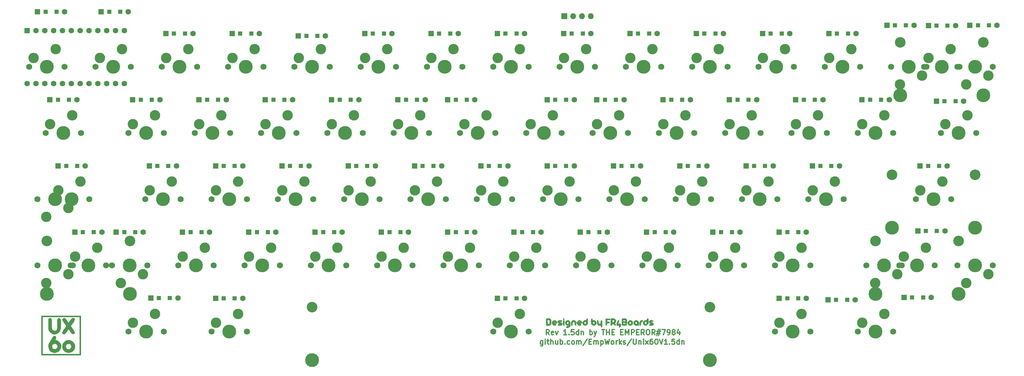
<source format=gbr>
%TF.GenerationSoftware,KiCad,Pcbnew,(6.0.7)*%
%TF.CreationDate,2022-08-27T10:35:01+05:30*%
%TF.ProjectId,unix60pcb,756e6978-3630-4706-9362-2e6b69636164,rev?*%
%TF.SameCoordinates,Original*%
%TF.FileFunction,Soldermask,Top*%
%TF.FilePolarity,Negative*%
%FSLAX46Y46*%
G04 Gerber Fmt 4.6, Leading zero omitted, Abs format (unit mm)*
G04 Created by KiCad (PCBNEW (6.0.7)) date 2022-08-27 10:35:01*
%MOMM*%
%LPD*%
G01*
G04 APERTURE LIST*
%ADD10C,0.300000*%
%ADD11C,0.010000*%
%ADD12C,1.750000*%
%ADD13C,3.000000*%
%ADD14C,3.987800*%
%ADD15C,3.048000*%
%ADD16C,1.600000*%
%ADD17R,1.600000X1.600000*%
%ADD18R,1.200000X1.200000*%
%ADD19R,1.700000X1.700000*%
%ADD20O,1.700000X1.700000*%
G04 APERTURE END LIST*
D10*
X163925714Y-100338571D02*
X163925714Y-101552857D01*
X163854285Y-101695714D01*
X163782857Y-101767142D01*
X163640000Y-101838571D01*
X163425714Y-101838571D01*
X163282857Y-101767142D01*
X163925714Y-101267142D02*
X163782857Y-101338571D01*
X163497142Y-101338571D01*
X163354285Y-101267142D01*
X163282857Y-101195714D01*
X163211428Y-101052857D01*
X163211428Y-100624285D01*
X163282857Y-100481428D01*
X163354285Y-100410000D01*
X163497142Y-100338571D01*
X163782857Y-100338571D01*
X163925714Y-100410000D01*
X164640000Y-101338571D02*
X164640000Y-100338571D01*
X164640000Y-99838571D02*
X164568571Y-99910000D01*
X164640000Y-99981428D01*
X164711428Y-99910000D01*
X164640000Y-99838571D01*
X164640000Y-99981428D01*
X165140000Y-100338571D02*
X165711428Y-100338571D01*
X165354285Y-99838571D02*
X165354285Y-101124285D01*
X165425714Y-101267142D01*
X165568571Y-101338571D01*
X165711428Y-101338571D01*
X166211428Y-101338571D02*
X166211428Y-99838571D01*
X166854285Y-101338571D02*
X166854285Y-100552857D01*
X166782857Y-100410000D01*
X166640000Y-100338571D01*
X166425714Y-100338571D01*
X166282857Y-100410000D01*
X166211428Y-100481428D01*
X168211428Y-100338571D02*
X168211428Y-101338571D01*
X167568571Y-100338571D02*
X167568571Y-101124285D01*
X167640000Y-101267142D01*
X167782857Y-101338571D01*
X167997142Y-101338571D01*
X168140000Y-101267142D01*
X168211428Y-101195714D01*
X168925714Y-101338571D02*
X168925714Y-99838571D01*
X168925714Y-100410000D02*
X169068571Y-100338571D01*
X169354285Y-100338571D01*
X169497142Y-100410000D01*
X169568571Y-100481428D01*
X169640000Y-100624285D01*
X169640000Y-101052857D01*
X169568571Y-101195714D01*
X169497142Y-101267142D01*
X169354285Y-101338571D01*
X169068571Y-101338571D01*
X168925714Y-101267142D01*
X170282857Y-101195714D02*
X170354285Y-101267142D01*
X170282857Y-101338571D01*
X170211428Y-101267142D01*
X170282857Y-101195714D01*
X170282857Y-101338571D01*
X171640000Y-101267142D02*
X171497142Y-101338571D01*
X171211428Y-101338571D01*
X171068571Y-101267142D01*
X170997142Y-101195714D01*
X170925714Y-101052857D01*
X170925714Y-100624285D01*
X170997142Y-100481428D01*
X171068571Y-100410000D01*
X171211428Y-100338571D01*
X171497142Y-100338571D01*
X171640000Y-100410000D01*
X172497142Y-101338571D02*
X172354285Y-101267142D01*
X172282857Y-101195714D01*
X172211428Y-101052857D01*
X172211428Y-100624285D01*
X172282857Y-100481428D01*
X172354285Y-100410000D01*
X172497142Y-100338571D01*
X172711428Y-100338571D01*
X172854285Y-100410000D01*
X172925714Y-100481428D01*
X172997142Y-100624285D01*
X172997142Y-101052857D01*
X172925714Y-101195714D01*
X172854285Y-101267142D01*
X172711428Y-101338571D01*
X172497142Y-101338571D01*
X173640000Y-101338571D02*
X173640000Y-100338571D01*
X173640000Y-100481428D02*
X173711428Y-100410000D01*
X173854285Y-100338571D01*
X174068571Y-100338571D01*
X174211428Y-100410000D01*
X174282857Y-100552857D01*
X174282857Y-101338571D01*
X174282857Y-100552857D02*
X174354285Y-100410000D01*
X174497142Y-100338571D01*
X174711428Y-100338571D01*
X174854285Y-100410000D01*
X174925714Y-100552857D01*
X174925714Y-101338571D01*
X176711428Y-99767142D02*
X175425714Y-101695714D01*
X177211428Y-100552857D02*
X177711428Y-100552857D01*
X177925714Y-101338571D02*
X177211428Y-101338571D01*
X177211428Y-99838571D01*
X177925714Y-99838571D01*
X178568571Y-101338571D02*
X178568571Y-100338571D01*
X178568571Y-100481428D02*
X178640000Y-100410000D01*
X178782857Y-100338571D01*
X178997142Y-100338571D01*
X179140000Y-100410000D01*
X179211428Y-100552857D01*
X179211428Y-101338571D01*
X179211428Y-100552857D02*
X179282857Y-100410000D01*
X179425714Y-100338571D01*
X179640000Y-100338571D01*
X179782857Y-100410000D01*
X179854285Y-100552857D01*
X179854285Y-101338571D01*
X180568571Y-100338571D02*
X180568571Y-101838571D01*
X180568571Y-100410000D02*
X180711428Y-100338571D01*
X180997142Y-100338571D01*
X181140000Y-100410000D01*
X181211428Y-100481428D01*
X181282857Y-100624285D01*
X181282857Y-101052857D01*
X181211428Y-101195714D01*
X181140000Y-101267142D01*
X180997142Y-101338571D01*
X180711428Y-101338571D01*
X180568571Y-101267142D01*
X181782857Y-99838571D02*
X182140000Y-101338571D01*
X182425714Y-100267142D01*
X182711428Y-101338571D01*
X183068571Y-99838571D01*
X183854285Y-101338571D02*
X183711428Y-101267142D01*
X183640000Y-101195714D01*
X183568571Y-101052857D01*
X183568571Y-100624285D01*
X183640000Y-100481428D01*
X183711428Y-100410000D01*
X183854285Y-100338571D01*
X184068571Y-100338571D01*
X184211428Y-100410000D01*
X184282857Y-100481428D01*
X184354285Y-100624285D01*
X184354285Y-101052857D01*
X184282857Y-101195714D01*
X184211428Y-101267142D01*
X184068571Y-101338571D01*
X183854285Y-101338571D01*
X184997142Y-101338571D02*
X184997142Y-100338571D01*
X184997142Y-100624285D02*
X185068571Y-100481428D01*
X185140000Y-100410000D01*
X185282857Y-100338571D01*
X185425714Y-100338571D01*
X185925714Y-101338571D02*
X185925714Y-99838571D01*
X186068571Y-100767142D02*
X186497142Y-101338571D01*
X186497142Y-100338571D02*
X185925714Y-100910000D01*
X187068571Y-101267142D02*
X187211428Y-101338571D01*
X187497142Y-101338571D01*
X187640000Y-101267142D01*
X187711428Y-101124285D01*
X187711428Y-101052857D01*
X187640000Y-100910000D01*
X187497142Y-100838571D01*
X187282857Y-100838571D01*
X187140000Y-100767142D01*
X187068571Y-100624285D01*
X187068571Y-100552857D01*
X187140000Y-100410000D01*
X187282857Y-100338571D01*
X187497142Y-100338571D01*
X187640000Y-100410000D01*
X189425714Y-99767142D02*
X188140000Y-101695714D01*
X189925714Y-99838571D02*
X189925714Y-101052857D01*
X189997142Y-101195714D01*
X190068571Y-101267142D01*
X190211428Y-101338571D01*
X190497142Y-101338571D01*
X190640000Y-101267142D01*
X190711428Y-101195714D01*
X190782857Y-101052857D01*
X190782857Y-99838571D01*
X191497142Y-100338571D02*
X191497142Y-101338571D01*
X191497142Y-100481428D02*
X191568571Y-100410000D01*
X191711428Y-100338571D01*
X191925714Y-100338571D01*
X192068571Y-100410000D01*
X192140000Y-100552857D01*
X192140000Y-101338571D01*
X192854285Y-101338571D02*
X192854285Y-100338571D01*
X192854285Y-99838571D02*
X192782857Y-99910000D01*
X192854285Y-99981428D01*
X192925714Y-99910000D01*
X192854285Y-99838571D01*
X192854285Y-99981428D01*
X193425714Y-101338571D02*
X194211428Y-100338571D01*
X193425714Y-100338571D02*
X194211428Y-101338571D01*
X195425714Y-99838571D02*
X195140000Y-99838571D01*
X194997142Y-99910000D01*
X194925714Y-99981428D01*
X194782857Y-100195714D01*
X194711428Y-100481428D01*
X194711428Y-101052857D01*
X194782857Y-101195714D01*
X194854285Y-101267142D01*
X194997142Y-101338571D01*
X195282857Y-101338571D01*
X195425714Y-101267142D01*
X195497142Y-101195714D01*
X195568571Y-101052857D01*
X195568571Y-100695714D01*
X195497142Y-100552857D01*
X195425714Y-100481428D01*
X195282857Y-100410000D01*
X194997142Y-100410000D01*
X194854285Y-100481428D01*
X194782857Y-100552857D01*
X194711428Y-100695714D01*
X196497142Y-99838571D02*
X196640000Y-99838571D01*
X196782857Y-99910000D01*
X196854285Y-99981428D01*
X196925714Y-100124285D01*
X196997142Y-100410000D01*
X196997142Y-100767142D01*
X196925714Y-101052857D01*
X196854285Y-101195714D01*
X196782857Y-101267142D01*
X196640000Y-101338571D01*
X196497142Y-101338571D01*
X196354285Y-101267142D01*
X196282857Y-101195714D01*
X196211428Y-101052857D01*
X196140000Y-100767142D01*
X196140000Y-100410000D01*
X196211428Y-100124285D01*
X196282857Y-99981428D01*
X196354285Y-99910000D01*
X196497142Y-99838571D01*
X197425714Y-99838571D02*
X197925714Y-101338571D01*
X198425714Y-99838571D01*
X199711428Y-101338571D02*
X198854285Y-101338571D01*
X199282857Y-101338571D02*
X199282857Y-99838571D01*
X199140000Y-100052857D01*
X198997142Y-100195714D01*
X198854285Y-100267142D01*
X200354285Y-101195714D02*
X200425714Y-101267142D01*
X200354285Y-101338571D01*
X200282857Y-101267142D01*
X200354285Y-101195714D01*
X200354285Y-101338571D01*
X201782857Y-99838571D02*
X201068571Y-99838571D01*
X200997142Y-100552857D01*
X201068571Y-100481428D01*
X201211428Y-100410000D01*
X201568571Y-100410000D01*
X201711428Y-100481428D01*
X201782857Y-100552857D01*
X201854285Y-100695714D01*
X201854285Y-101052857D01*
X201782857Y-101195714D01*
X201711428Y-101267142D01*
X201568571Y-101338571D01*
X201211428Y-101338571D01*
X201068571Y-101267142D01*
X200997142Y-101195714D01*
X203140000Y-101338571D02*
X203140000Y-99838571D01*
X203140000Y-101267142D02*
X202997142Y-101338571D01*
X202711428Y-101338571D01*
X202568571Y-101267142D01*
X202497142Y-101195714D01*
X202425714Y-101052857D01*
X202425714Y-100624285D01*
X202497142Y-100481428D01*
X202568571Y-100410000D01*
X202711428Y-100338571D01*
X202997142Y-100338571D01*
X203140000Y-100410000D01*
X203854285Y-100338571D02*
X203854285Y-101338571D01*
X203854285Y-100481428D02*
X203925714Y-100410000D01*
X204068571Y-100338571D01*
X204282857Y-100338571D01*
X204425714Y-100410000D01*
X204497142Y-100552857D01*
X204497142Y-101338571D01*
X165800631Y-98603191D02*
X165300631Y-97888905D01*
X164943488Y-98603191D02*
X164943488Y-97103191D01*
X165514917Y-97103191D01*
X165657774Y-97174620D01*
X165729202Y-97246048D01*
X165800631Y-97388905D01*
X165800631Y-97603191D01*
X165729202Y-97746048D01*
X165657774Y-97817477D01*
X165514917Y-97888905D01*
X164943488Y-97888905D01*
X167014917Y-98531762D02*
X166872060Y-98603191D01*
X166586345Y-98603191D01*
X166443488Y-98531762D01*
X166372060Y-98388905D01*
X166372060Y-97817477D01*
X166443488Y-97674620D01*
X166586345Y-97603191D01*
X166872060Y-97603191D01*
X167014917Y-97674620D01*
X167086345Y-97817477D01*
X167086345Y-97960334D01*
X166372060Y-98103191D01*
X167586345Y-97603191D02*
X167943488Y-98603191D01*
X168300631Y-97603191D01*
X170800631Y-98603191D02*
X169943488Y-98603191D01*
X170372060Y-98603191D02*
X170372060Y-97103191D01*
X170229202Y-97317477D01*
X170086345Y-97460334D01*
X169943488Y-97531762D01*
X171443488Y-98460334D02*
X171514917Y-98531762D01*
X171443488Y-98603191D01*
X171372060Y-98531762D01*
X171443488Y-98460334D01*
X171443488Y-98603191D01*
X172872060Y-97103191D02*
X172157774Y-97103191D01*
X172086345Y-97817477D01*
X172157774Y-97746048D01*
X172300631Y-97674620D01*
X172657774Y-97674620D01*
X172800631Y-97746048D01*
X172872060Y-97817477D01*
X172943488Y-97960334D01*
X172943488Y-98317477D01*
X172872060Y-98460334D01*
X172800631Y-98531762D01*
X172657774Y-98603191D01*
X172300631Y-98603191D01*
X172157774Y-98531762D01*
X172086345Y-98460334D01*
X174229202Y-98603191D02*
X174229202Y-97103191D01*
X174229202Y-98531762D02*
X174086345Y-98603191D01*
X173800631Y-98603191D01*
X173657774Y-98531762D01*
X173586345Y-98460334D01*
X173514917Y-98317477D01*
X173514917Y-97888905D01*
X173586345Y-97746048D01*
X173657774Y-97674620D01*
X173800631Y-97603191D01*
X174086345Y-97603191D01*
X174229202Y-97674620D01*
X174943488Y-97603191D02*
X174943488Y-98603191D01*
X174943488Y-97746048D02*
X175014917Y-97674620D01*
X175157774Y-97603191D01*
X175372060Y-97603191D01*
X175514917Y-97674620D01*
X175586345Y-97817477D01*
X175586345Y-98603191D01*
X177443488Y-98603191D02*
X177443488Y-97103191D01*
X177443488Y-97674620D02*
X177586345Y-97603191D01*
X177872059Y-97603191D01*
X178014917Y-97674620D01*
X178086345Y-97746048D01*
X178157774Y-97888905D01*
X178157774Y-98317477D01*
X178086345Y-98460334D01*
X178014917Y-98531762D01*
X177872059Y-98603191D01*
X177586345Y-98603191D01*
X177443488Y-98531762D01*
X178657774Y-97603191D02*
X179014917Y-98603191D01*
X179372059Y-97603191D02*
X179014917Y-98603191D01*
X178872059Y-98960334D01*
X178800631Y-99031762D01*
X178657774Y-99103191D01*
X180872059Y-97103191D02*
X181729202Y-97103191D01*
X181300631Y-98603191D02*
X181300631Y-97103191D01*
X182229202Y-98603191D02*
X182229202Y-97103191D01*
X182229202Y-97817477D02*
X183086345Y-97817477D01*
X183086345Y-98603191D02*
X183086345Y-97103191D01*
X183800631Y-97817477D02*
X184300631Y-97817477D01*
X184514917Y-98603191D02*
X183800631Y-98603191D01*
X183800631Y-97103191D01*
X184514917Y-97103191D01*
X186300631Y-97817477D02*
X186800631Y-97817477D01*
X187014917Y-98603191D02*
X186300631Y-98603191D01*
X186300631Y-97103191D01*
X187014917Y-97103191D01*
X187657774Y-98603191D02*
X187657774Y-97103191D01*
X188157774Y-98174620D01*
X188657774Y-97103191D01*
X188657774Y-98603191D01*
X189372059Y-98603191D02*
X189372059Y-97103191D01*
X189943488Y-97103191D01*
X190086345Y-97174620D01*
X190157774Y-97246048D01*
X190229202Y-97388905D01*
X190229202Y-97603191D01*
X190157774Y-97746048D01*
X190086345Y-97817477D01*
X189943488Y-97888905D01*
X189372059Y-97888905D01*
X190872059Y-97817477D02*
X191372059Y-97817477D01*
X191586345Y-98603191D02*
X190872059Y-98603191D01*
X190872059Y-97103191D01*
X191586345Y-97103191D01*
X193086345Y-98603191D02*
X192586345Y-97888905D01*
X192229202Y-98603191D02*
X192229202Y-97103191D01*
X192800631Y-97103191D01*
X192943488Y-97174620D01*
X193014917Y-97246048D01*
X193086345Y-97388905D01*
X193086345Y-97603191D01*
X193014917Y-97746048D01*
X192943488Y-97817477D01*
X192800631Y-97888905D01*
X192229202Y-97888905D01*
X194014917Y-97103191D02*
X194300631Y-97103191D01*
X194443488Y-97174620D01*
X194586345Y-97317477D01*
X194657774Y-97603191D01*
X194657774Y-98103191D01*
X194586345Y-98388905D01*
X194443488Y-98531762D01*
X194300631Y-98603191D01*
X194014917Y-98603191D01*
X193872059Y-98531762D01*
X193729202Y-98388905D01*
X193657774Y-98103191D01*
X193657774Y-97603191D01*
X193729202Y-97317477D01*
X193872059Y-97174620D01*
X194014917Y-97103191D01*
X196157774Y-98603191D02*
X195657774Y-97888905D01*
X195300631Y-98603191D02*
X195300631Y-97103191D01*
X195872059Y-97103191D01*
X196014917Y-97174620D01*
X196086345Y-97246048D01*
X196157774Y-97388905D01*
X196157774Y-97603191D01*
X196086345Y-97746048D01*
X196014917Y-97817477D01*
X195872059Y-97888905D01*
X195300631Y-97888905D01*
X196729202Y-97603191D02*
X197800631Y-97603191D01*
X197157774Y-96960334D02*
X196729202Y-98888905D01*
X197657774Y-98246048D02*
X196586345Y-98246048D01*
X197229202Y-98888905D02*
X197657774Y-96960334D01*
X198157774Y-97103191D02*
X199157774Y-97103191D01*
X198514917Y-98603191D01*
X199800631Y-98603191D02*
X200086345Y-98603191D01*
X200229202Y-98531762D01*
X200300631Y-98460334D01*
X200443488Y-98246048D01*
X200514917Y-97960334D01*
X200514917Y-97388905D01*
X200443488Y-97246048D01*
X200372059Y-97174620D01*
X200229202Y-97103191D01*
X199943488Y-97103191D01*
X199800631Y-97174620D01*
X199729202Y-97246048D01*
X199657774Y-97388905D01*
X199657774Y-97746048D01*
X199729202Y-97888905D01*
X199800631Y-97960334D01*
X199943488Y-98031762D01*
X200229202Y-98031762D01*
X200372059Y-97960334D01*
X200443488Y-97888905D01*
X200514917Y-97746048D01*
X201372059Y-97746048D02*
X201229202Y-97674620D01*
X201157774Y-97603191D01*
X201086345Y-97460334D01*
X201086345Y-97388905D01*
X201157774Y-97246048D01*
X201229202Y-97174620D01*
X201372059Y-97103191D01*
X201657774Y-97103191D01*
X201800631Y-97174620D01*
X201872059Y-97246048D01*
X201943488Y-97388905D01*
X201943488Y-97460334D01*
X201872059Y-97603191D01*
X201800631Y-97674620D01*
X201657774Y-97746048D01*
X201372059Y-97746048D01*
X201229202Y-97817477D01*
X201157774Y-97888905D01*
X201086345Y-98031762D01*
X201086345Y-98317477D01*
X201157774Y-98460334D01*
X201229202Y-98531762D01*
X201372059Y-98603191D01*
X201657774Y-98603191D01*
X201800631Y-98531762D01*
X201872059Y-98460334D01*
X201943488Y-98317477D01*
X201943488Y-98031762D01*
X201872059Y-97888905D01*
X201800631Y-97817477D01*
X201657774Y-97746048D01*
X203229202Y-97603191D02*
X203229202Y-98603191D01*
X202872059Y-97031762D02*
X202514917Y-98103191D01*
X203443488Y-98103191D01*
%TO.C,G\u002A\u002A\u002A*%
G36*
X31165377Y-93069834D02*
G01*
X31165377Y-104415167D01*
X19820044Y-104415167D01*
X19820044Y-104076500D01*
X20158710Y-104076500D01*
X30826710Y-104076500D01*
X30826710Y-93408500D01*
X20158710Y-93408500D01*
X20158710Y-104076500D01*
X19820044Y-104076500D01*
X19820044Y-93069834D01*
X31165377Y-93069834D01*
G37*
D11*
X31165377Y-93069834D02*
X31165377Y-104415167D01*
X19820044Y-104415167D01*
X19820044Y-104076500D01*
X20158710Y-104076500D01*
X30826710Y-104076500D01*
X30826710Y-93408500D01*
X20158710Y-93408500D01*
X20158710Y-104076500D01*
X19820044Y-104076500D01*
X19820044Y-93069834D01*
X31165377Y-93069834D01*
G36*
X21883866Y-101509869D02*
G01*
X21943336Y-101318915D01*
X22049350Y-101084704D01*
X22215036Y-100773879D01*
X22453523Y-100353086D01*
X22471256Y-100322180D01*
X22702309Y-99925082D01*
X22914788Y-99569824D01*
X23089506Y-99287781D01*
X23207273Y-99110329D01*
X23232428Y-99077629D01*
X23457083Y-98932907D01*
X23735279Y-98937155D01*
X23889610Y-98999479D01*
X24011416Y-99150048D01*
X24053669Y-99386311D01*
X24013165Y-99642820D01*
X23929070Y-99805818D01*
X23828260Y-99958225D01*
X23836459Y-100049961D01*
X23975022Y-100120593D01*
X24124381Y-100167737D01*
X24625489Y-100396129D01*
X25024824Y-100735121D01*
X25309424Y-101157698D01*
X25466327Y-101636846D01*
X25482570Y-102145551D01*
X25345193Y-102656798D01*
X25332452Y-102685490D01*
X25055386Y-103102546D01*
X24666331Y-103425586D01*
X24202735Y-103640173D01*
X23702047Y-103731871D01*
X23201715Y-103686245D01*
X22952710Y-103602849D01*
X22484995Y-103313772D01*
X22136673Y-102913513D01*
X21921263Y-102423042D01*
X21852044Y-101895424D01*
X21852086Y-101893933D01*
X22862425Y-101893933D01*
X22919160Y-102222233D01*
X22966540Y-102325233D01*
X23160915Y-102576150D01*
X23428109Y-102697732D01*
X23657723Y-102719141D01*
X23936666Y-102679739D01*
X24170043Y-102530739D01*
X24229223Y-102474346D01*
X24437045Y-102167273D01*
X24481002Y-101841654D01*
X24361093Y-101521629D01*
X24229223Y-101360654D01*
X23942081Y-101168595D01*
X23640303Y-101118224D01*
X23352670Y-101187558D01*
X23107959Y-101354610D01*
X22934951Y-101597397D01*
X22862425Y-101893933D01*
X21852086Y-101893933D01*
X21857811Y-101690920D01*
X21883866Y-101509869D01*
G37*
X21883866Y-101509869D02*
X21943336Y-101318915D01*
X22049350Y-101084704D01*
X22215036Y-100773879D01*
X22453523Y-100353086D01*
X22471256Y-100322180D01*
X22702309Y-99925082D01*
X22914788Y-99569824D01*
X23089506Y-99287781D01*
X23207273Y-99110329D01*
X23232428Y-99077629D01*
X23457083Y-98932907D01*
X23735279Y-98937155D01*
X23889610Y-98999479D01*
X24011416Y-99150048D01*
X24053669Y-99386311D01*
X24013165Y-99642820D01*
X23929070Y-99805818D01*
X23828260Y-99958225D01*
X23836459Y-100049961D01*
X23975022Y-100120593D01*
X24124381Y-100167737D01*
X24625489Y-100396129D01*
X25024824Y-100735121D01*
X25309424Y-101157698D01*
X25466327Y-101636846D01*
X25482570Y-102145551D01*
X25345193Y-102656798D01*
X25332452Y-102685490D01*
X25055386Y-103102546D01*
X24666331Y-103425586D01*
X24202735Y-103640173D01*
X23702047Y-103731871D01*
X23201715Y-103686245D01*
X22952710Y-103602849D01*
X22484995Y-103313772D01*
X22136673Y-102913513D01*
X21921263Y-102423042D01*
X21852044Y-101895424D01*
X21852086Y-101893933D01*
X22862425Y-101893933D01*
X22919160Y-102222233D01*
X22966540Y-102325233D01*
X23160915Y-102576150D01*
X23428109Y-102697732D01*
X23657723Y-102719141D01*
X23936666Y-102679739D01*
X24170043Y-102530739D01*
X24229223Y-102474346D01*
X24437045Y-102167273D01*
X24481002Y-101841654D01*
X24361093Y-101521629D01*
X24229223Y-101360654D01*
X23942081Y-101168595D01*
X23640303Y-101118224D01*
X23352670Y-101187558D01*
X23107959Y-101354610D01*
X22934951Y-101597397D01*
X22862425Y-101893933D01*
X21852086Y-101893933D01*
X21857811Y-101690920D01*
X21883866Y-101509869D01*
G36*
X26031203Y-101105427D02*
G01*
X26144991Y-100906117D01*
X26439922Y-100595734D01*
X26834218Y-100335340D01*
X27265999Y-100158157D01*
X27651710Y-100097167D01*
X28069327Y-100166847D01*
X28504846Y-100354117D01*
X28898068Y-100626321D01*
X29167974Y-100919699D01*
X29371007Y-101344602D01*
X29463065Y-101836908D01*
X29434708Y-102328504D01*
X29388112Y-102507941D01*
X29152429Y-102965185D01*
X28792522Y-103335870D01*
X28341181Y-103596841D01*
X27831199Y-103724942D01*
X27651710Y-103734115D01*
X27316731Y-103700874D01*
X26984632Y-103617555D01*
X26888984Y-103579932D01*
X26503185Y-103329015D01*
X26168460Y-102973266D01*
X25938638Y-102572045D01*
X25914419Y-102505244D01*
X25841343Y-102053997D01*
X25841848Y-102048151D01*
X26844319Y-102048151D01*
X26929398Y-102341115D01*
X27133246Y-102586582D01*
X27355377Y-102712713D01*
X27541238Y-102780378D01*
X27670862Y-102792163D01*
X27834388Y-102748506D01*
X27929823Y-102715498D01*
X28224493Y-102534944D01*
X28403772Y-102264381D01*
X28459619Y-101944758D01*
X28383992Y-101617023D01*
X28197957Y-101350054D01*
X28008979Y-101185566D01*
X27836732Y-101124956D01*
X27594092Y-101138357D01*
X27584256Y-101139665D01*
X27247976Y-101253446D01*
X27008980Y-101467398D01*
X26872637Y-101744606D01*
X26844319Y-102048151D01*
X25841848Y-102048151D01*
X25883780Y-101563052D01*
X26031203Y-101105427D01*
G37*
X26031203Y-101105427D02*
X26144991Y-100906117D01*
X26439922Y-100595734D01*
X26834218Y-100335340D01*
X27265999Y-100158157D01*
X27651710Y-100097167D01*
X28069327Y-100166847D01*
X28504846Y-100354117D01*
X28898068Y-100626321D01*
X29167974Y-100919699D01*
X29371007Y-101344602D01*
X29463065Y-101836908D01*
X29434708Y-102328504D01*
X29388112Y-102507941D01*
X29152429Y-102965185D01*
X28792522Y-103335870D01*
X28341181Y-103596841D01*
X27831199Y-103724942D01*
X27651710Y-103734115D01*
X27316731Y-103700874D01*
X26984632Y-103617555D01*
X26888984Y-103579932D01*
X26503185Y-103329015D01*
X26168460Y-102973266D01*
X25938638Y-102572045D01*
X25914419Y-102505244D01*
X25841343Y-102053997D01*
X25841848Y-102048151D01*
X26844319Y-102048151D01*
X26929398Y-102341115D01*
X27133246Y-102586582D01*
X27355377Y-102712713D01*
X27541238Y-102780378D01*
X27670862Y-102792163D01*
X27834388Y-102748506D01*
X27929823Y-102715498D01*
X28224493Y-102534944D01*
X28403772Y-102264381D01*
X28459619Y-101944758D01*
X28383992Y-101617023D01*
X28197957Y-101350054D01*
X28008979Y-101185566D01*
X27836732Y-101124956D01*
X27594092Y-101138357D01*
X27584256Y-101139665D01*
X27247976Y-101253446D01*
X27008980Y-101467398D01*
X26872637Y-101744606D01*
X26844319Y-102048151D01*
X25841848Y-102048151D01*
X25883780Y-101563052D01*
X26031203Y-101105427D01*
G36*
X22471854Y-93763055D02*
G01*
X22592122Y-93824781D01*
X22677270Y-93953434D01*
X22733131Y-94170105D01*
X22765536Y-94495884D01*
X22780316Y-94951861D01*
X22783377Y-95456916D01*
X22784815Y-95979138D01*
X22791216Y-96360316D01*
X22805711Y-96628727D01*
X22831434Y-96812651D01*
X22871514Y-96940367D01*
X22929084Y-97040152D01*
X22963829Y-97086405D01*
X23245695Y-97340960D01*
X23564038Y-97430880D01*
X23853643Y-97383895D01*
X24037316Y-97312743D01*
X24173849Y-97221490D01*
X24270171Y-97085969D01*
X24333214Y-96882011D01*
X24369909Y-96585445D01*
X24387185Y-96172105D01*
X24391973Y-95617819D01*
X24392044Y-95506328D01*
X24393484Y-94980191D01*
X24399711Y-94596552D01*
X24413581Y-94328583D01*
X24437952Y-94149461D01*
X24475680Y-94032360D01*
X24529624Y-93950453D01*
X24561377Y-93916500D01*
X24798491Y-93772533D01*
X25046234Y-93769398D01*
X25253702Y-93905756D01*
X25276243Y-93935339D01*
X25328119Y-94041636D01*
X25364972Y-94206110D01*
X25389002Y-94454644D01*
X25402407Y-94813121D01*
X25407389Y-95307424D01*
X25407571Y-95480506D01*
X25401897Y-96105807D01*
X25381722Y-96590119D01*
X25341582Y-96961548D01*
X25276015Y-97248198D01*
X25179555Y-97478171D01*
X25046739Y-97679573D01*
X24959651Y-97784439D01*
X24560884Y-98120226D01*
X24086992Y-98328644D01*
X23578544Y-98399245D01*
X23076112Y-98321578D01*
X22990776Y-98291559D01*
X22512456Y-98028104D01*
X22153964Y-97658466D01*
X22028644Y-97445178D01*
X21964843Y-97298681D01*
X21918423Y-97143014D01*
X21886678Y-96949075D01*
X21866899Y-96687763D01*
X21856381Y-96329978D01*
X21852415Y-95846618D01*
X21852044Y-95546816D01*
X21855004Y-94949361D01*
X21867439Y-94500269D01*
X21894679Y-94178621D01*
X21942055Y-93963498D01*
X22014898Y-93833980D01*
X22118539Y-93769147D01*
X22258307Y-93748081D01*
X22310636Y-93747167D01*
X22471854Y-93763055D01*
G37*
X22471854Y-93763055D02*
X22592122Y-93824781D01*
X22677270Y-93953434D01*
X22733131Y-94170105D01*
X22765536Y-94495884D01*
X22780316Y-94951861D01*
X22783377Y-95456916D01*
X22784815Y-95979138D01*
X22791216Y-96360316D01*
X22805711Y-96628727D01*
X22831434Y-96812651D01*
X22871514Y-96940367D01*
X22929084Y-97040152D01*
X22963829Y-97086405D01*
X23245695Y-97340960D01*
X23564038Y-97430880D01*
X23853643Y-97383895D01*
X24037316Y-97312743D01*
X24173849Y-97221490D01*
X24270171Y-97085969D01*
X24333214Y-96882011D01*
X24369909Y-96585445D01*
X24387185Y-96172105D01*
X24391973Y-95617819D01*
X24392044Y-95506328D01*
X24393484Y-94980191D01*
X24399711Y-94596552D01*
X24413581Y-94328583D01*
X24437952Y-94149461D01*
X24475680Y-94032360D01*
X24529624Y-93950453D01*
X24561377Y-93916500D01*
X24798491Y-93772533D01*
X25046234Y-93769398D01*
X25253702Y-93905756D01*
X25276243Y-93935339D01*
X25328119Y-94041636D01*
X25364972Y-94206110D01*
X25389002Y-94454644D01*
X25402407Y-94813121D01*
X25407389Y-95307424D01*
X25407571Y-95480506D01*
X25401897Y-96105807D01*
X25381722Y-96590119D01*
X25341582Y-96961548D01*
X25276015Y-97248198D01*
X25179555Y-97478171D01*
X25046739Y-97679573D01*
X24959651Y-97784439D01*
X24560884Y-98120226D01*
X24086992Y-98328644D01*
X23578544Y-98399245D01*
X23076112Y-98321578D01*
X22990776Y-98291559D01*
X22512456Y-98028104D01*
X22153964Y-97658466D01*
X22028644Y-97445178D01*
X21964843Y-97298681D01*
X21918423Y-97143014D01*
X21886678Y-96949075D01*
X21866899Y-96687763D01*
X21856381Y-96329978D01*
X21852415Y-95846618D01*
X21852044Y-95546816D01*
X21855004Y-94949361D01*
X21867439Y-94500269D01*
X21894679Y-94178621D01*
X21942055Y-93963498D01*
X22014898Y-93833980D01*
X22118539Y-93769147D01*
X22258307Y-93748081D01*
X22310636Y-93747167D01*
X22471854Y-93763055D01*
G36*
X29201406Y-93807756D02*
G01*
X29367036Y-93985393D01*
X29408544Y-94206972D01*
X29360787Y-94360245D01*
X29230204Y-94614527D01*
X29035828Y-94935555D01*
X28847627Y-95216777D01*
X28626661Y-95537401D01*
X28446691Y-95805575D01*
X28327007Y-95992065D01*
X28286710Y-96066725D01*
X28332641Y-96149982D01*
X28457299Y-96341455D01*
X28640978Y-96611575D01*
X28837044Y-96892630D01*
X29127178Y-97328225D01*
X29306557Y-97663195D01*
X29381698Y-97919066D01*
X29359119Y-98117362D01*
X29254329Y-98270786D01*
X29029006Y-98389745D01*
X28771341Y-98368528D01*
X28542489Y-98216905D01*
X28409466Y-98052732D01*
X28225327Y-97798887D01*
X28028994Y-97509110D01*
X28021246Y-97497238D01*
X27852661Y-97242275D01*
X27723344Y-97053818D01*
X27657320Y-96966723D01*
X27654033Y-96964500D01*
X27600143Y-97028820D01*
X27475775Y-97199056D01*
X27305705Y-97441122D01*
X27269411Y-97493667D01*
X26957653Y-97924904D01*
X26706066Y-98215922D01*
X26497125Y-98376955D01*
X26313302Y-98418238D01*
X26137069Y-98350006D01*
X26000710Y-98234500D01*
X25874797Y-98058681D01*
X25832201Y-97917000D01*
X25878994Y-97792648D01*
X26005761Y-97563880D01*
X26193108Y-97263391D01*
X26419625Y-96926764D01*
X26641944Y-96594840D01*
X26816681Y-96309173D01*
X26926643Y-96099723D01*
X26954637Y-95996449D01*
X26954105Y-95995431D01*
X26887714Y-95892592D01*
X26747589Y-95682072D01*
X26555323Y-95396143D01*
X26366682Y-95117412D01*
X26151899Y-94792267D01*
X25978217Y-94512841D01*
X25865181Y-94311678D01*
X25831377Y-94226084D01*
X25905587Y-94007184D01*
X26088014Y-93828736D01*
X26318349Y-93747732D01*
X26338130Y-93747167D01*
X26480999Y-93757735D01*
X26603954Y-93805213D01*
X26732174Y-93913260D01*
X26890839Y-94105535D01*
X27105129Y-94405697D01*
X27225546Y-94581000D01*
X27634495Y-95179517D01*
X28134187Y-94463342D01*
X28365541Y-94138257D01*
X28531507Y-93929394D01*
X28659686Y-93811455D01*
X28777678Y-93759146D01*
X28913083Y-93747169D01*
X28915594Y-93747167D01*
X29201406Y-93807756D01*
G37*
X29201406Y-93807756D02*
X29367036Y-93985393D01*
X29408544Y-94206972D01*
X29360787Y-94360245D01*
X29230204Y-94614527D01*
X29035828Y-94935555D01*
X28847627Y-95216777D01*
X28626661Y-95537401D01*
X28446691Y-95805575D01*
X28327007Y-95992065D01*
X28286710Y-96066725D01*
X28332641Y-96149982D01*
X28457299Y-96341455D01*
X28640978Y-96611575D01*
X28837044Y-96892630D01*
X29127178Y-97328225D01*
X29306557Y-97663195D01*
X29381698Y-97919066D01*
X29359119Y-98117362D01*
X29254329Y-98270786D01*
X29029006Y-98389745D01*
X28771341Y-98368528D01*
X28542489Y-98216905D01*
X28409466Y-98052732D01*
X28225327Y-97798887D01*
X28028994Y-97509110D01*
X28021246Y-97497238D01*
X27852661Y-97242275D01*
X27723344Y-97053818D01*
X27657320Y-96966723D01*
X27654033Y-96964500D01*
X27600143Y-97028820D01*
X27475775Y-97199056D01*
X27305705Y-97441122D01*
X27269411Y-97493667D01*
X26957653Y-97924904D01*
X26706066Y-98215922D01*
X26497125Y-98376955D01*
X26313302Y-98418238D01*
X26137069Y-98350006D01*
X26000710Y-98234500D01*
X25874797Y-98058681D01*
X25832201Y-97917000D01*
X25878994Y-97792648D01*
X26005761Y-97563880D01*
X26193108Y-97263391D01*
X26419625Y-96926764D01*
X26641944Y-96594840D01*
X26816681Y-96309173D01*
X26926643Y-96099723D01*
X26954637Y-95996449D01*
X26954105Y-95995431D01*
X26887714Y-95892592D01*
X26747589Y-95682072D01*
X26555323Y-95396143D01*
X26366682Y-95117412D01*
X26151899Y-94792267D01*
X25978217Y-94512841D01*
X25865181Y-94311678D01*
X25831377Y-94226084D01*
X25905587Y-94007184D01*
X26088014Y-93828736D01*
X26318349Y-93747732D01*
X26338130Y-93747167D01*
X26480999Y-93757735D01*
X26603954Y-93805213D01*
X26732174Y-93913260D01*
X26890839Y-94105535D01*
X27105129Y-94405697D01*
X27225546Y-94581000D01*
X27634495Y-95179517D01*
X28134187Y-94463342D01*
X28365541Y-94138257D01*
X28531507Y-93929394D01*
X28659686Y-93811455D01*
X28777678Y-93759146D01*
X28913083Y-93747169D01*
X28915594Y-93747167D01*
X29201406Y-93807756D01*
G36*
X170390551Y-94826051D02*
G01*
X170574919Y-94568948D01*
X170836401Y-94418365D01*
X171139285Y-94391413D01*
X171447862Y-94505199D01*
X171551410Y-94582136D01*
X171668892Y-94698780D01*
X171739752Y-94830063D01*
X171777761Y-95023159D01*
X171796687Y-95325245D01*
X171800428Y-95435362D01*
X171804960Y-95783009D01*
X171786195Y-96009081D01*
X171735276Y-96160718D01*
X171643346Y-96285063D01*
X171640109Y-96288596D01*
X171453475Y-96420549D01*
X171203484Y-96512196D01*
X170943018Y-96555194D01*
X170724961Y-96541195D01*
X170602194Y-96461855D01*
X170598289Y-96453003D01*
X170605467Y-96282122D01*
X170775435Y-96157005D01*
X171045888Y-96087119D01*
X171285306Y-96025419D01*
X171384918Y-95956171D01*
X171340072Y-95903070D01*
X171146119Y-95889814D01*
X171083688Y-95894530D01*
X170742844Y-95855499D01*
X170488354Y-95681318D01*
X170343532Y-95394002D01*
X170329314Y-95265633D01*
X170747942Y-95265633D01*
X170811926Y-95408715D01*
X170845480Y-95430147D01*
X171105892Y-95474492D01*
X171292459Y-95375914D01*
X171332313Y-95316887D01*
X171376218Y-95104760D01*
X171301670Y-94929509D01*
X171150797Y-94825999D01*
X170965729Y-94829096D01*
X170841246Y-94910487D01*
X170757499Y-95073053D01*
X170747942Y-95265633D01*
X170329314Y-95265633D01*
X170319006Y-95172569D01*
X170390551Y-94826051D01*
G37*
X170390551Y-94826051D02*
X170574919Y-94568948D01*
X170836401Y-94418365D01*
X171139285Y-94391413D01*
X171447862Y-94505199D01*
X171551410Y-94582136D01*
X171668892Y-94698780D01*
X171739752Y-94830063D01*
X171777761Y-95023159D01*
X171796687Y-95325245D01*
X171800428Y-95435362D01*
X171804960Y-95783009D01*
X171786195Y-96009081D01*
X171735276Y-96160718D01*
X171643346Y-96285063D01*
X171640109Y-96288596D01*
X171453475Y-96420549D01*
X171203484Y-96512196D01*
X170943018Y-96555194D01*
X170724961Y-96541195D01*
X170602194Y-96461855D01*
X170598289Y-96453003D01*
X170605467Y-96282122D01*
X170775435Y-96157005D01*
X171045888Y-96087119D01*
X171285306Y-96025419D01*
X171384918Y-95956171D01*
X171340072Y-95903070D01*
X171146119Y-95889814D01*
X171083688Y-95894530D01*
X170742844Y-95855499D01*
X170488354Y-95681318D01*
X170343532Y-95394002D01*
X170329314Y-95265633D01*
X170747942Y-95265633D01*
X170811926Y-95408715D01*
X170845480Y-95430147D01*
X171105892Y-95474492D01*
X171292459Y-95375914D01*
X171332313Y-95316887D01*
X171376218Y-95104760D01*
X171301670Y-94929509D01*
X171150797Y-94825999D01*
X170965729Y-94829096D01*
X170841246Y-94910487D01*
X170757499Y-95073053D01*
X170747942Y-95265633D01*
X170329314Y-95265633D01*
X170319006Y-95172569D01*
X170390551Y-94826051D01*
G36*
X180845438Y-94438223D02*
G01*
X180893738Y-94488343D01*
X180922538Y-94606909D01*
X180936829Y-94822588D01*
X180941602Y-95164043D01*
X180941980Y-95400394D01*
X180938843Y-95826252D01*
X180926850Y-96111014D01*
X180902123Y-96282841D01*
X180860786Y-96369897D01*
X180804466Y-96399384D01*
X180661400Y-96355425D01*
X180613966Y-96287785D01*
X180565895Y-96078089D01*
X180560980Y-96004297D01*
X180526392Y-95908105D01*
X180394336Y-95882894D01*
X180267109Y-95893197D01*
X180044547Y-95890647D01*
X179860025Y-95799681D01*
X179712484Y-95666750D01*
X179563648Y-95501321D01*
X179489618Y-95347298D01*
X179469670Y-95138639D01*
X179477188Y-94916942D01*
X179499226Y-94638480D01*
X179538535Y-94490462D01*
X179610601Y-94434003D01*
X179671980Y-94427887D01*
X179773786Y-94453344D01*
X179834564Y-94555919D01*
X179872516Y-94774916D01*
X179883646Y-94884943D01*
X179958940Y-95243408D01*
X180086281Y-95452350D01*
X180238239Y-95511770D01*
X180387382Y-95421668D01*
X180506279Y-95182043D01*
X180560980Y-94884943D01*
X180595273Y-94616517D01*
X180646095Y-94478111D01*
X180731648Y-94430421D01*
X180772646Y-94427887D01*
X180845438Y-94438223D01*
G37*
X180845438Y-94438223D02*
X180893738Y-94488343D01*
X180922538Y-94606909D01*
X180936829Y-94822588D01*
X180941602Y-95164043D01*
X180941980Y-95400394D01*
X180938843Y-95826252D01*
X180926850Y-96111014D01*
X180902123Y-96282841D01*
X180860786Y-96369897D01*
X180804466Y-96399384D01*
X180661400Y-96355425D01*
X180613966Y-96287785D01*
X180565895Y-96078089D01*
X180560980Y-96004297D01*
X180526392Y-95908105D01*
X180394336Y-95882894D01*
X180267109Y-95893197D01*
X180044547Y-95890647D01*
X179860025Y-95799681D01*
X179712484Y-95666750D01*
X179563648Y-95501321D01*
X179489618Y-95347298D01*
X179469670Y-95138639D01*
X179477188Y-94916942D01*
X179499226Y-94638480D01*
X179538535Y-94490462D01*
X179610601Y-94434003D01*
X179671980Y-94427887D01*
X179773786Y-94453344D01*
X179834564Y-94555919D01*
X179872516Y-94774916D01*
X179883646Y-94884943D01*
X179958940Y-95243408D01*
X180086281Y-95452350D01*
X180238239Y-95511770D01*
X180387382Y-95421668D01*
X180506279Y-95182043D01*
X180560980Y-94884943D01*
X180595273Y-94616517D01*
X180646095Y-94478111D01*
X180731648Y-94430421D01*
X180772646Y-94427887D01*
X180845438Y-94438223D01*
G36*
X185764015Y-94525753D02*
G01*
X185740058Y-94779408D01*
X185684017Y-94976102D01*
X185612278Y-95226695D01*
X185581842Y-95407373D01*
X185590148Y-95463610D01*
X185692759Y-95465111D01*
X185855710Y-95399914D01*
X186023321Y-95332862D01*
X186149898Y-95374423D01*
X186252461Y-95467405D01*
X186373662Y-95622533D01*
X186372507Y-95764796D01*
X186338556Y-95843117D01*
X186251352Y-96064276D01*
X186215872Y-96204915D01*
X186132075Y-96351655D01*
X185986625Y-96409818D01*
X185869684Y-96364036D01*
X185822771Y-96240295D01*
X185810313Y-96107109D01*
X185789518Y-95979783D01*
X185695913Y-95922972D01*
X185482665Y-95909570D01*
X185468989Y-95909554D01*
X185213303Y-95880321D01*
X185085854Y-95799466D01*
X185082626Y-95792185D01*
X185081185Y-95643423D01*
X185130084Y-95396854D01*
X185213253Y-95102129D01*
X185314626Y-94808900D01*
X185418132Y-94566820D01*
X185507704Y-94425541D01*
X185529919Y-94410055D01*
X185693287Y-94400130D01*
X185764015Y-94525753D01*
G37*
X185764015Y-94525753D02*
X185740058Y-94779408D01*
X185684017Y-94976102D01*
X185612278Y-95226695D01*
X185581842Y-95407373D01*
X185590148Y-95463610D01*
X185692759Y-95465111D01*
X185855710Y-95399914D01*
X186023321Y-95332862D01*
X186149898Y-95374423D01*
X186252461Y-95467405D01*
X186373662Y-95622533D01*
X186372507Y-95764796D01*
X186338556Y-95843117D01*
X186251352Y-96064276D01*
X186215872Y-96204915D01*
X186132075Y-96351655D01*
X185986625Y-96409818D01*
X185869684Y-96364036D01*
X185822771Y-96240295D01*
X185810313Y-96107109D01*
X185789518Y-95979783D01*
X185695913Y-95922972D01*
X185482665Y-95909570D01*
X185468989Y-95909554D01*
X185213303Y-95880321D01*
X185085854Y-95799466D01*
X185082626Y-95792185D01*
X185081185Y-95643423D01*
X185130084Y-95396854D01*
X185213253Y-95102129D01*
X185314626Y-94808900D01*
X185418132Y-94566820D01*
X185507704Y-94425541D01*
X185529919Y-94410055D01*
X185693287Y-94400130D01*
X185764015Y-94525753D01*
G36*
X164819931Y-94519483D02*
G01*
X164833500Y-94233776D01*
X164855175Y-94045370D01*
X164864371Y-94011478D01*
X164944698Y-93929603D01*
X165128124Y-93887864D01*
X165402341Y-93877554D01*
X165713589Y-93892246D01*
X165922043Y-93948976D01*
X166092664Y-94066724D01*
X166112950Y-94085177D01*
X166232118Y-94212998D01*
X166299657Y-94353259D01*
X166329849Y-94557486D01*
X166336972Y-94877206D01*
X166336980Y-94893554D01*
X166330498Y-95219117D01*
X166301535Y-95427073D01*
X166235810Y-95568946D01*
X166119043Y-95696263D01*
X166112950Y-95701930D01*
X165940888Y-95828772D01*
X165737740Y-95891517D01*
X165437887Y-95909473D01*
X165407394Y-95909554D01*
X165135228Y-95900333D01*
X164936529Y-95876532D01*
X164869424Y-95853109D01*
X164844287Y-95747080D01*
X164826647Y-95516290D01*
X164816627Y-95205152D01*
X164814581Y-94893554D01*
X165236313Y-94893554D01*
X165238776Y-95203037D01*
X165256020Y-95380138D01*
X165302826Y-95461810D01*
X165393973Y-95485002D01*
X165473379Y-95486220D01*
X165684929Y-95451911D01*
X165812046Y-95384620D01*
X165873585Y-95242981D01*
X165909686Y-95005005D01*
X165913646Y-94893553D01*
X165882554Y-94571384D01*
X165776922Y-94384071D01*
X165578220Y-94306670D01*
X165473379Y-94300887D01*
X165349586Y-94307045D01*
X165278746Y-94350156D01*
X165246077Y-94467169D01*
X165236800Y-94695037D01*
X165236313Y-94893554D01*
X164814581Y-94893554D01*
X164814348Y-94858079D01*
X164819931Y-94519483D01*
G37*
X164819931Y-94519483D02*
X164833500Y-94233776D01*
X164855175Y-94045370D01*
X164864371Y-94011478D01*
X164944698Y-93929603D01*
X165128124Y-93887864D01*
X165402341Y-93877554D01*
X165713589Y-93892246D01*
X165922043Y-93948976D01*
X166092664Y-94066724D01*
X166112950Y-94085177D01*
X166232118Y-94212998D01*
X166299657Y-94353259D01*
X166329849Y-94557486D01*
X166336972Y-94877206D01*
X166336980Y-94893554D01*
X166330498Y-95219117D01*
X166301535Y-95427073D01*
X166235810Y-95568946D01*
X166119043Y-95696263D01*
X166112950Y-95701930D01*
X165940888Y-95828772D01*
X165737740Y-95891517D01*
X165437887Y-95909473D01*
X165407394Y-95909554D01*
X165135228Y-95900333D01*
X164936529Y-95876532D01*
X164869424Y-95853109D01*
X164844287Y-95747080D01*
X164826647Y-95516290D01*
X164816627Y-95205152D01*
X164814581Y-94893554D01*
X165236313Y-94893554D01*
X165238776Y-95203037D01*
X165256020Y-95380138D01*
X165302826Y-95461810D01*
X165393973Y-95485002D01*
X165473379Y-95486220D01*
X165684929Y-95451911D01*
X165812046Y-95384620D01*
X165873585Y-95242981D01*
X165909686Y-95005005D01*
X165913646Y-94893553D01*
X165882554Y-94571384D01*
X165776922Y-94384071D01*
X165578220Y-94306670D01*
X165473379Y-94300887D01*
X165349586Y-94307045D01*
X165278746Y-94350156D01*
X165246077Y-94467169D01*
X165236800Y-94695037D01*
X165236313Y-94893554D01*
X164814581Y-94893554D01*
X164814348Y-94858079D01*
X164819931Y-94519483D01*
G36*
X166753800Y-94633041D02*
G01*
X167048163Y-94430436D01*
X167355496Y-94396489D01*
X167672892Y-94531269D01*
X167774346Y-94608558D01*
X167962165Y-94810548D01*
X168016801Y-95006472D01*
X168013676Y-95053058D01*
X167985782Y-95177363D01*
X167910791Y-95249398D01*
X167746985Y-95289786D01*
X167479980Y-95316887D01*
X167203370Y-95351186D01*
X167073950Y-95394026D01*
X167082625Y-95430691D01*
X167246887Y-95467923D01*
X167390437Y-95452676D01*
X167608986Y-95467305D01*
X167699929Y-95538534D01*
X167763650Y-95658479D01*
X167691707Y-95760642D01*
X167651101Y-95791715D01*
X167365675Y-95905028D01*
X167058938Y-95864552D01*
X166767578Y-95675589D01*
X166753800Y-95662066D01*
X166548009Y-95365677D01*
X166510831Y-95062750D01*
X166584861Y-94893554D01*
X167056646Y-94893554D01*
X167090068Y-94953218D01*
X167255796Y-94978142D01*
X167268313Y-94978220D01*
X167440416Y-94955675D01*
X167482226Y-94897583D01*
X167479980Y-94893554D01*
X167360208Y-94821688D01*
X167268313Y-94808887D01*
X167108318Y-94848928D01*
X167056646Y-94893554D01*
X166584861Y-94893554D01*
X166642264Y-94762360D01*
X166753800Y-94633041D01*
G37*
X166753800Y-94633041D02*
X167048163Y-94430436D01*
X167355496Y-94396489D01*
X167672892Y-94531269D01*
X167774346Y-94608558D01*
X167962165Y-94810548D01*
X168016801Y-95006472D01*
X168013676Y-95053058D01*
X167985782Y-95177363D01*
X167910791Y-95249398D01*
X167746985Y-95289786D01*
X167479980Y-95316887D01*
X167203370Y-95351186D01*
X167073950Y-95394026D01*
X167082625Y-95430691D01*
X167246887Y-95467923D01*
X167390437Y-95452676D01*
X167608986Y-95467305D01*
X167699929Y-95538534D01*
X167763650Y-95658479D01*
X167691707Y-95760642D01*
X167651101Y-95791715D01*
X167365675Y-95905028D01*
X167058938Y-95864552D01*
X166767578Y-95675589D01*
X166753800Y-95662066D01*
X166548009Y-95365677D01*
X166510831Y-95062750D01*
X166584861Y-94893554D01*
X167056646Y-94893554D01*
X167090068Y-94953218D01*
X167255796Y-94978142D01*
X167268313Y-94978220D01*
X167440416Y-94955675D01*
X167482226Y-94897583D01*
X167479980Y-94893554D01*
X167360208Y-94821688D01*
X167268313Y-94808887D01*
X167108318Y-94848928D01*
X167056646Y-94893554D01*
X166584861Y-94893554D01*
X166642264Y-94762360D01*
X166753800Y-94633041D01*
G36*
X169271570Y-94414211D02*
G01*
X169403355Y-94486628D01*
X169411638Y-94502236D01*
X169401564Y-94660563D01*
X169246457Y-94767060D01*
X168966107Y-94808731D01*
X168944713Y-94808887D01*
X168738982Y-94828586D01*
X168628816Y-94877507D01*
X168622980Y-94893554D01*
X168697105Y-94950776D01*
X168878079Y-94977882D01*
X168903131Y-94978220D01*
X169147874Y-95011695D01*
X169337047Y-95090656D01*
X169460132Y-95272371D01*
X169482575Y-95511229D01*
X169404375Y-95728193D01*
X169337047Y-95797117D01*
X169170770Y-95860614D01*
X168920100Y-95897663D01*
X168644301Y-95906967D01*
X168402632Y-95887225D01*
X168254356Y-95837138D01*
X168239687Y-95821178D01*
X168232362Y-95683679D01*
X168360512Y-95566084D01*
X168590314Y-95491652D01*
X168739180Y-95477715D01*
X169088646Y-95469210D01*
X168749980Y-95391208D01*
X168443768Y-95265140D01*
X168252468Y-95073189D01*
X168190427Y-94846752D01*
X168271991Y-94617224D01*
X168354480Y-94525676D01*
X168526722Y-94440201D01*
X168775492Y-94392278D01*
X169043028Y-94383188D01*
X169271570Y-94414211D01*
G37*
X169271570Y-94414211D02*
X169403355Y-94486628D01*
X169411638Y-94502236D01*
X169401564Y-94660563D01*
X169246457Y-94767060D01*
X168966107Y-94808731D01*
X168944713Y-94808887D01*
X168738982Y-94828586D01*
X168628816Y-94877507D01*
X168622980Y-94893554D01*
X168697105Y-94950776D01*
X168878079Y-94977882D01*
X168903131Y-94978220D01*
X169147874Y-95011695D01*
X169337047Y-95090656D01*
X169460132Y-95272371D01*
X169482575Y-95511229D01*
X169404375Y-95728193D01*
X169337047Y-95797117D01*
X169170770Y-95860614D01*
X168920100Y-95897663D01*
X168644301Y-95906967D01*
X168402632Y-95887225D01*
X168254356Y-95837138D01*
X168239687Y-95821178D01*
X168232362Y-95683679D01*
X168360512Y-95566084D01*
X168590314Y-95491652D01*
X168739180Y-95477715D01*
X169088646Y-95469210D01*
X168749980Y-95391208D01*
X168443768Y-95265140D01*
X168252468Y-95073189D01*
X168190427Y-94846752D01*
X168271991Y-94617224D01*
X168354480Y-94525676D01*
X168526722Y-94440201D01*
X168775492Y-94392278D01*
X169043028Y-94383188D01*
X169271570Y-94414211D01*
G36*
X170012690Y-94426311D02*
G01*
X170069561Y-94479049D01*
X170109676Y-94627770D01*
X170135160Y-94885570D01*
X170144815Y-95192730D01*
X170137442Y-95489528D01*
X170111842Y-95716245D01*
X170095588Y-95775629D01*
X169980600Y-95895479D01*
X169826005Y-95887391D01*
X169780091Y-95853109D01*
X169753451Y-95747122D01*
X169733585Y-95516935D01*
X169724019Y-95207650D01*
X169723646Y-95130785D01*
X169730604Y-94779712D01*
X169755695Y-94564059D01*
X169805243Y-94450322D01*
X169859191Y-94412892D01*
X170012690Y-94426311D01*
G37*
X170012690Y-94426311D02*
X170069561Y-94479049D01*
X170109676Y-94627770D01*
X170135160Y-94885570D01*
X170144815Y-95192730D01*
X170137442Y-95489528D01*
X170111842Y-95716245D01*
X170095588Y-95775629D01*
X169980600Y-95895479D01*
X169826005Y-95887391D01*
X169780091Y-95853109D01*
X169753451Y-95747122D01*
X169733585Y-95516935D01*
X169724019Y-95207650D01*
X169723646Y-95130785D01*
X169730604Y-94779712D01*
X169755695Y-94564059D01*
X169805243Y-94450322D01*
X169859191Y-94412892D01*
X170012690Y-94426311D01*
G36*
X173035237Y-94459318D02*
G01*
X173290450Y-94637332D01*
X173434388Y-94798850D01*
X173505639Y-94953111D01*
X173524175Y-95165490D01*
X173516771Y-95378165D01*
X173494733Y-95656627D01*
X173455424Y-95804645D01*
X173383358Y-95861104D01*
X173321980Y-95867220D01*
X173220173Y-95841763D01*
X173159395Y-95739188D01*
X173121443Y-95520191D01*
X173110313Y-95410164D01*
X173035033Y-95051850D01*
X172907694Y-94842918D01*
X172755730Y-94783396D01*
X172606576Y-94873316D01*
X172487668Y-95112706D01*
X172432980Y-95409430D01*
X172386391Y-95709904D01*
X172312453Y-95862588D01*
X172259518Y-95890580D01*
X172108942Y-95879740D01*
X172069018Y-95856036D01*
X172027282Y-95726953D01*
X172011864Y-95491648D01*
X172020146Y-95210746D01*
X172049513Y-94944868D01*
X172097349Y-94754637D01*
X172118172Y-94716883D01*
X172391110Y-94481484D01*
X172709755Y-94394750D01*
X173035237Y-94459318D01*
G37*
X173035237Y-94459318D02*
X173290450Y-94637332D01*
X173434388Y-94798850D01*
X173505639Y-94953111D01*
X173524175Y-95165490D01*
X173516771Y-95378165D01*
X173494733Y-95656627D01*
X173455424Y-95804645D01*
X173383358Y-95861104D01*
X173321980Y-95867220D01*
X173220173Y-95841763D01*
X173159395Y-95739188D01*
X173121443Y-95520191D01*
X173110313Y-95410164D01*
X173035033Y-95051850D01*
X172907694Y-94842918D01*
X172755730Y-94783396D01*
X172606576Y-94873316D01*
X172487668Y-95112706D01*
X172432980Y-95409430D01*
X172386391Y-95709904D01*
X172312453Y-95862588D01*
X172259518Y-95890580D01*
X172108942Y-95879740D01*
X172069018Y-95856036D01*
X172027282Y-95726953D01*
X172011864Y-95491648D01*
X172020146Y-95210746D01*
X172049513Y-94944868D01*
X172097349Y-94754637D01*
X172118172Y-94716883D01*
X172391110Y-94481484D01*
X172709755Y-94394750D01*
X173035237Y-94459318D01*
G36*
X173975583Y-94602883D02*
G01*
X174243364Y-94430827D01*
X174464980Y-94385553D01*
X174716233Y-94448179D01*
X174956133Y-94606802D01*
X175137725Y-94817540D01*
X175214055Y-95036509D01*
X175211774Y-95083502D01*
X175176353Y-95192620D01*
X175081607Y-95258171D01*
X174886465Y-95298326D01*
X174676646Y-95320294D01*
X174414438Y-95354165D01*
X174287328Y-95393977D01*
X174298884Y-95428305D01*
X174484455Y-95468668D01*
X174634080Y-95467232D01*
X174809990Y-95494623D01*
X174872006Y-95603075D01*
X174846372Y-95780617D01*
X174707632Y-95883619D01*
X174495956Y-95909508D01*
X174251517Y-95855714D01*
X174014486Y-95719665D01*
X173950467Y-95662066D01*
X173749957Y-95380034D01*
X173702980Y-95147554D01*
X173769877Y-94893554D01*
X174253313Y-94893554D01*
X174286735Y-94953218D01*
X174452463Y-94978142D01*
X174464980Y-94978220D01*
X174637083Y-94955675D01*
X174678892Y-94897583D01*
X174676646Y-94893554D01*
X174556875Y-94821688D01*
X174464980Y-94808887D01*
X174304985Y-94848928D01*
X174253313Y-94893554D01*
X173769877Y-94893554D01*
X173779239Y-94858008D01*
X173975583Y-94602883D01*
G37*
X173975583Y-94602883D02*
X174243364Y-94430827D01*
X174464980Y-94385553D01*
X174716233Y-94448179D01*
X174956133Y-94606802D01*
X175137725Y-94817540D01*
X175214055Y-95036509D01*
X175211774Y-95083502D01*
X175176353Y-95192620D01*
X175081607Y-95258171D01*
X174886465Y-95298326D01*
X174676646Y-95320294D01*
X174414438Y-95354165D01*
X174287328Y-95393977D01*
X174298884Y-95428305D01*
X174484455Y-95468668D01*
X174634080Y-95467232D01*
X174809990Y-95494623D01*
X174872006Y-95603075D01*
X174846372Y-95780617D01*
X174707632Y-95883619D01*
X174495956Y-95909508D01*
X174251517Y-95855714D01*
X174014486Y-95719665D01*
X173950467Y-95662066D01*
X173749957Y-95380034D01*
X173702980Y-95147554D01*
X173769877Y-94893554D01*
X174253313Y-94893554D01*
X174286735Y-94953218D01*
X174452463Y-94978142D01*
X174464980Y-94978220D01*
X174637083Y-94955675D01*
X174678892Y-94897583D01*
X174676646Y-94893554D01*
X174556875Y-94821688D01*
X174464980Y-94808887D01*
X174304985Y-94848928D01*
X174253313Y-94893554D01*
X173769877Y-94893554D01*
X173779239Y-94858008D01*
X173975583Y-94602883D01*
G36*
X175447536Y-94764266D02*
G01*
X175568109Y-94624065D01*
X175772655Y-94453693D01*
X175964369Y-94395072D01*
X176114381Y-94401436D01*
X176311161Y-94410619D01*
X176397583Y-94348445D01*
X176429418Y-94177578D01*
X176479775Y-93985685D01*
X176597325Y-93920959D01*
X176623980Y-93919887D01*
X176705802Y-93934196D01*
X176758131Y-93998768D01*
X176789425Y-94146068D01*
X176808143Y-94408562D01*
X176817822Y-94663890D01*
X176826969Y-95023263D01*
X176818889Y-95258023D01*
X176783443Y-95412740D01*
X176710489Y-95531987D01*
X176591502Y-95658724D01*
X176294140Y-95866535D01*
X175991596Y-95905669D01*
X175691758Y-95776100D01*
X175559133Y-95662066D01*
X175353081Y-95366656D01*
X175338469Y-95248266D01*
X175761078Y-95248266D01*
X175823022Y-95363287D01*
X176009436Y-95475091D01*
X176218218Y-95447598D01*
X176324271Y-95363287D01*
X176399346Y-95159937D01*
X176328162Y-94956740D01*
X176221813Y-94860728D01*
X176032095Y-94817678D01*
X175868032Y-94898207D01*
X175765675Y-95056881D01*
X175761078Y-95248266D01*
X175338469Y-95248266D01*
X175315899Y-95065404D01*
X175447536Y-94764266D01*
G37*
X175447536Y-94764266D02*
X175568109Y-94624065D01*
X175772655Y-94453693D01*
X175964369Y-94395072D01*
X176114381Y-94401436D01*
X176311161Y-94410619D01*
X176397583Y-94348445D01*
X176429418Y-94177578D01*
X176479775Y-93985685D01*
X176597325Y-93920959D01*
X176623980Y-93919887D01*
X176705802Y-93934196D01*
X176758131Y-93998768D01*
X176789425Y-94146068D01*
X176808143Y-94408562D01*
X176817822Y-94663890D01*
X176826969Y-95023263D01*
X176818889Y-95258023D01*
X176783443Y-95412740D01*
X176710489Y-95531987D01*
X176591502Y-95658724D01*
X176294140Y-95866535D01*
X175991596Y-95905669D01*
X175691758Y-95776100D01*
X175559133Y-95662066D01*
X175353081Y-95366656D01*
X175338469Y-95248266D01*
X175761078Y-95248266D01*
X175823022Y-95363287D01*
X176009436Y-95475091D01*
X176218218Y-95447598D01*
X176324271Y-95363287D01*
X176399346Y-95159937D01*
X176328162Y-94956740D01*
X176221813Y-94860728D01*
X176032095Y-94817678D01*
X175868032Y-94898207D01*
X175765675Y-95056881D01*
X175761078Y-95248266D01*
X175338469Y-95248266D01*
X175315899Y-95065404D01*
X175447536Y-94764266D01*
G36*
X177768636Y-94968279D02*
G01*
X177766980Y-94697458D01*
X177775262Y-94315101D01*
X177802643Y-94076559D01*
X177852925Y-93957010D01*
X177883662Y-93935561D01*
X178041872Y-93949282D01*
X178157070Y-94088525D01*
X178190313Y-94258486D01*
X178214210Y-94375895D01*
X178317841Y-94413241D01*
X178484183Y-94401910D01*
X178779372Y-94444823D01*
X179042079Y-94615121D01*
X179227409Y-94871313D01*
X179290980Y-95147554D01*
X179214720Y-95437099D01*
X179018376Y-95692224D01*
X178750595Y-95864280D01*
X178528980Y-95909554D01*
X178237082Y-95833996D01*
X178014467Y-95662066D01*
X177893295Y-95530122D01*
X177819859Y-95401403D01*
X177786360Y-95248266D01*
X178216412Y-95248266D01*
X178278355Y-95363287D01*
X178464769Y-95475091D01*
X178673552Y-95447598D01*
X178779604Y-95363287D01*
X178854679Y-95159937D01*
X178783496Y-94956740D01*
X178677146Y-94860728D01*
X178487429Y-94817678D01*
X178323365Y-94898207D01*
X178221009Y-95056881D01*
X178216412Y-95248266D01*
X177786360Y-95248266D01*
X177782269Y-95229569D01*
X177768636Y-94968279D01*
G37*
X177768636Y-94968279D02*
X177766980Y-94697458D01*
X177775262Y-94315101D01*
X177802643Y-94076559D01*
X177852925Y-93957010D01*
X177883662Y-93935561D01*
X178041872Y-93949282D01*
X178157070Y-94088525D01*
X178190313Y-94258486D01*
X178214210Y-94375895D01*
X178317841Y-94413241D01*
X178484183Y-94401910D01*
X178779372Y-94444823D01*
X179042079Y-94615121D01*
X179227409Y-94871313D01*
X179290980Y-95147554D01*
X179214720Y-95437099D01*
X179018376Y-95692224D01*
X178750595Y-95864280D01*
X178528980Y-95909554D01*
X178237082Y-95833996D01*
X178014467Y-95662066D01*
X177893295Y-95530122D01*
X177819859Y-95401403D01*
X177786360Y-95248266D01*
X178216412Y-95248266D01*
X178278355Y-95363287D01*
X178464769Y-95475091D01*
X178673552Y-95447598D01*
X178779604Y-95363287D01*
X178854679Y-95159937D01*
X178783496Y-94956740D01*
X178677146Y-94860728D01*
X178487429Y-94817678D01*
X178323365Y-94898207D01*
X178221009Y-95056881D01*
X178216412Y-95248266D01*
X177786360Y-95248266D01*
X177782269Y-95229569D01*
X177768636Y-94968279D01*
G36*
X182917647Y-93923886D02*
G01*
X183108143Y-93942123D01*
X183199558Y-93983955D01*
X183226984Y-94058739D01*
X183227980Y-94089220D01*
X183203789Y-94190828D01*
X183104397Y-94247598D01*
X182889574Y-94277172D01*
X182783480Y-94284145D01*
X182524911Y-94304682D01*
X182393009Y-94345153D01*
X182345230Y-94431896D01*
X182338980Y-94559311D01*
X182353368Y-94720926D01*
X182429234Y-94791664D01*
X182615631Y-94808666D01*
X182668588Y-94808887D01*
X182894555Y-94833999D01*
X183026793Y-94897574D01*
X183037116Y-94914720D01*
X183046553Y-95099584D01*
X182908183Y-95204644D01*
X182675702Y-95232220D01*
X182462888Y-95243104D01*
X182365437Y-95308009D01*
X182329472Y-95475318D01*
X182322924Y-95549016D01*
X182266245Y-95762933D01*
X182161425Y-95892288D01*
X182044608Y-95912032D01*
X181954591Y-95804254D01*
X181937955Y-95674019D01*
X181928968Y-95416148D01*
X181928497Y-95072203D01*
X181933680Y-94803163D01*
X181957980Y-93919887D01*
X182592980Y-93919887D01*
X182917647Y-93923886D01*
G37*
X182917647Y-93923886D02*
X183108143Y-93942123D01*
X183199558Y-93983955D01*
X183226984Y-94058739D01*
X183227980Y-94089220D01*
X183203789Y-94190828D01*
X183104397Y-94247598D01*
X182889574Y-94277172D01*
X182783480Y-94284145D01*
X182524911Y-94304682D01*
X182393009Y-94345153D01*
X182345230Y-94431896D01*
X182338980Y-94559311D01*
X182353368Y-94720926D01*
X182429234Y-94791664D01*
X182615631Y-94808666D01*
X182668588Y-94808887D01*
X182894555Y-94833999D01*
X183026793Y-94897574D01*
X183037116Y-94914720D01*
X183046553Y-95099584D01*
X182908183Y-95204644D01*
X182675702Y-95232220D01*
X182462888Y-95243104D01*
X182365437Y-95308009D01*
X182329472Y-95475318D01*
X182322924Y-95549016D01*
X182266245Y-95762933D01*
X182161425Y-95892288D01*
X182044608Y-95912032D01*
X181954591Y-95804254D01*
X181937955Y-95674019D01*
X181928968Y-95416148D01*
X181928497Y-95072203D01*
X181933680Y-94803163D01*
X181957980Y-93919887D01*
X182592980Y-93919887D01*
X182917647Y-93923886D01*
G36*
X183388952Y-94093951D02*
G01*
X183406371Y-94011478D01*
X183484342Y-93930966D01*
X183662494Y-93889108D01*
X183960553Y-93877554D01*
X184270268Y-93890040D01*
X184472021Y-93939116D01*
X184626098Y-94042202D01*
X184667718Y-94081929D01*
X184881873Y-94375405D01*
X184930500Y-94674492D01*
X184816633Y-95000965D01*
X184799798Y-95030271D01*
X184690474Y-95231365D01*
X184667720Y-95352644D01*
X184726026Y-95456402D01*
X184758798Y-95493754D01*
X184846770Y-95666812D01*
X184828190Y-95825125D01*
X184713800Y-95907503D01*
X184685810Y-95909554D01*
X184559512Y-95852521D01*
X184383735Y-95710260D01*
X184328646Y-95655554D01*
X184153334Y-95496013D01*
X184012701Y-95407744D01*
X183984722Y-95401554D01*
X183899533Y-95474888D01*
X183834135Y-95651669D01*
X183833346Y-95655554D01*
X183744250Y-95839168D01*
X183604769Y-95915629D01*
X183467238Y-95870216D01*
X183406371Y-95775629D01*
X183380731Y-95620907D01*
X183364185Y-95348038D01*
X183356735Y-95007966D01*
X183358379Y-94651632D01*
X183358782Y-94639554D01*
X183862980Y-94639554D01*
X183896788Y-94882079D01*
X184011739Y-94984498D01*
X184228118Y-94959513D01*
X184321721Y-94926828D01*
X184424743Y-94807539D01*
X184455646Y-94639554D01*
X184400725Y-94428454D01*
X184225152Y-94321119D01*
X184025388Y-94300887D01*
X183918612Y-94331871D01*
X183871561Y-94453656D01*
X183862980Y-94639554D01*
X183358782Y-94639554D01*
X183369118Y-94329980D01*
X183388952Y-94093951D01*
G37*
X183388952Y-94093951D02*
X183406371Y-94011478D01*
X183484342Y-93930966D01*
X183662494Y-93889108D01*
X183960553Y-93877554D01*
X184270268Y-93890040D01*
X184472021Y-93939116D01*
X184626098Y-94042202D01*
X184667718Y-94081929D01*
X184881873Y-94375405D01*
X184930500Y-94674492D01*
X184816633Y-95000965D01*
X184799798Y-95030271D01*
X184690474Y-95231365D01*
X184667720Y-95352644D01*
X184726026Y-95456402D01*
X184758798Y-95493754D01*
X184846770Y-95666812D01*
X184828190Y-95825125D01*
X184713800Y-95907503D01*
X184685810Y-95909554D01*
X184559512Y-95852521D01*
X184383735Y-95710260D01*
X184328646Y-95655554D01*
X184153334Y-95496013D01*
X184012701Y-95407744D01*
X183984722Y-95401554D01*
X183899533Y-95474888D01*
X183834135Y-95651669D01*
X183833346Y-95655554D01*
X183744250Y-95839168D01*
X183604769Y-95915629D01*
X183467238Y-95870216D01*
X183406371Y-95775629D01*
X183380731Y-95620907D01*
X183364185Y-95348038D01*
X183356735Y-95007966D01*
X183358379Y-94651632D01*
X183358782Y-94639554D01*
X183862980Y-94639554D01*
X183896788Y-94882079D01*
X184011739Y-94984498D01*
X184228118Y-94959513D01*
X184321721Y-94926828D01*
X184424743Y-94807539D01*
X184455646Y-94639554D01*
X184400725Y-94428454D01*
X184225152Y-94321119D01*
X184025388Y-94300887D01*
X183918612Y-94331871D01*
X183871561Y-94453656D01*
X183862980Y-94639554D01*
X183358782Y-94639554D01*
X183369118Y-94329980D01*
X183388952Y-94093951D01*
G36*
X186590347Y-94803163D02*
G01*
X186598341Y-94512554D01*
X186995646Y-94512554D01*
X187011541Y-94656524D01*
X187091950Y-94712378D01*
X187285956Y-94710357D01*
X187313146Y-94708164D01*
X187529202Y-94670850D01*
X187619326Y-94589979D01*
X187630646Y-94512554D01*
X187594210Y-94394308D01*
X187456562Y-94334850D01*
X187313146Y-94316943D01*
X187105256Y-94310845D01*
X187015812Y-94359637D01*
X186995729Y-94493558D01*
X186995646Y-94512554D01*
X186598341Y-94512554D01*
X186614646Y-93919887D01*
X187182364Y-93894938D01*
X187559229Y-93894762D01*
X187814328Y-93950404D01*
X187970507Y-94087403D01*
X188050616Y-94331297D01*
X188077504Y-94707625D01*
X188078494Y-94896589D01*
X188062969Y-95326282D01*
X188005142Y-95614984D01*
X187881463Y-95789992D01*
X187668381Y-95878606D01*
X187342347Y-95908127D01*
X187204656Y-95909554D01*
X186853651Y-95894038D01*
X186657805Y-95846064D01*
X186608857Y-95797996D01*
X186593232Y-95670531D01*
X186585039Y-95415066D01*
X186585040Y-95274554D01*
X186995646Y-95274554D01*
X187011541Y-95418524D01*
X187091950Y-95474378D01*
X187285956Y-95472357D01*
X187313146Y-95470164D01*
X187529202Y-95432850D01*
X187619326Y-95351979D01*
X187630646Y-95274554D01*
X187594210Y-95156308D01*
X187456562Y-95096850D01*
X187313146Y-95078943D01*
X187105256Y-95072845D01*
X187015812Y-95121637D01*
X186995729Y-95255558D01*
X186995646Y-95274554D01*
X186585040Y-95274554D01*
X186585043Y-95072806D01*
X186590347Y-94803163D01*
G37*
X186590347Y-94803163D02*
X186598341Y-94512554D01*
X186995646Y-94512554D01*
X187011541Y-94656524D01*
X187091950Y-94712378D01*
X187285956Y-94710357D01*
X187313146Y-94708164D01*
X187529202Y-94670850D01*
X187619326Y-94589979D01*
X187630646Y-94512554D01*
X187594210Y-94394308D01*
X187456562Y-94334850D01*
X187313146Y-94316943D01*
X187105256Y-94310845D01*
X187015812Y-94359637D01*
X186995729Y-94493558D01*
X186995646Y-94512554D01*
X186598341Y-94512554D01*
X186614646Y-93919887D01*
X187182364Y-93894938D01*
X187559229Y-93894762D01*
X187814328Y-93950404D01*
X187970507Y-94087403D01*
X188050616Y-94331297D01*
X188077504Y-94707625D01*
X188078494Y-94896589D01*
X188062969Y-95326282D01*
X188005142Y-95614984D01*
X187881463Y-95789992D01*
X187668381Y-95878606D01*
X187342347Y-95908127D01*
X187204656Y-95909554D01*
X186853651Y-95894038D01*
X186657805Y-95846064D01*
X186608857Y-95797996D01*
X186593232Y-95670531D01*
X186585039Y-95415066D01*
X186585040Y-95274554D01*
X186995646Y-95274554D01*
X187011541Y-95418524D01*
X187091950Y-95474378D01*
X187285956Y-95472357D01*
X187313146Y-95470164D01*
X187529202Y-95432850D01*
X187619326Y-95351979D01*
X187630646Y-95274554D01*
X187594210Y-95156308D01*
X187456562Y-95096850D01*
X187313146Y-95078943D01*
X187105256Y-95072845D01*
X187015812Y-95121637D01*
X186995729Y-95255558D01*
X186995646Y-95274554D01*
X186585040Y-95274554D01*
X186585043Y-95072806D01*
X186590347Y-94803163D01*
G36*
X188340200Y-94864065D02*
G01*
X188531428Y-94610138D01*
X188790681Y-94435268D01*
X189014637Y-94385554D01*
X189326866Y-94459754D01*
X189587222Y-94654075D01*
X189751928Y-94926097D01*
X189786953Y-95133913D01*
X189715009Y-95480017D01*
X189530163Y-95733071D01*
X189268795Y-95877990D01*
X188967285Y-95899691D01*
X188662013Y-95783090D01*
X188513133Y-95662066D01*
X188312623Y-95380034D01*
X188285997Y-95248266D01*
X188715078Y-95248266D01*
X188777022Y-95363287D01*
X188963436Y-95475091D01*
X189172218Y-95447598D01*
X189278271Y-95363287D01*
X189353346Y-95159937D01*
X189282162Y-94956740D01*
X189175813Y-94860728D01*
X188986095Y-94817678D01*
X188822032Y-94898207D01*
X188719675Y-95056881D01*
X188715078Y-95248266D01*
X188285997Y-95248266D01*
X188265646Y-95147554D01*
X188340200Y-94864065D01*
G37*
X188340200Y-94864065D02*
X188531428Y-94610138D01*
X188790681Y-94435268D01*
X189014637Y-94385554D01*
X189326866Y-94459754D01*
X189587222Y-94654075D01*
X189751928Y-94926097D01*
X189786953Y-95133913D01*
X189715009Y-95480017D01*
X189530163Y-95733071D01*
X189268795Y-95877990D01*
X188967285Y-95899691D01*
X188662013Y-95783090D01*
X188513133Y-95662066D01*
X188312623Y-95380034D01*
X188285997Y-95248266D01*
X188715078Y-95248266D01*
X188777022Y-95363287D01*
X188963436Y-95475091D01*
X189172218Y-95447598D01*
X189278271Y-95363287D01*
X189353346Y-95159937D01*
X189282162Y-94956740D01*
X189175813Y-94860728D01*
X188986095Y-94817678D01*
X188822032Y-94898207D01*
X188719675Y-95056881D01*
X188715078Y-95248266D01*
X188285997Y-95248266D01*
X188265646Y-95147554D01*
X188340200Y-94864065D01*
G36*
X190094552Y-94762860D02*
G01*
X190206467Y-94633041D01*
X190502385Y-94427123D01*
X190804505Y-94389947D01*
X191105268Y-94521482D01*
X191239784Y-94637332D01*
X191383737Y-94798874D01*
X191454984Y-94953161D01*
X191473506Y-95165586D01*
X191466104Y-95378047D01*
X191440646Y-95866984D01*
X190947805Y-95888773D01*
X190655611Y-95892451D01*
X190466912Y-95857961D01*
X190316868Y-95765507D01*
X190206971Y-95662571D01*
X190000875Y-95366035D01*
X189986303Y-95248266D01*
X190408412Y-95248266D01*
X190470355Y-95363287D01*
X190656769Y-95475091D01*
X190865552Y-95447598D01*
X190971604Y-95363287D01*
X191046679Y-95159937D01*
X190975496Y-94956740D01*
X190869146Y-94860728D01*
X190679429Y-94817678D01*
X190515365Y-94898207D01*
X190413009Y-95056881D01*
X190408412Y-95248266D01*
X189986303Y-95248266D01*
X189963400Y-95063168D01*
X190094552Y-94762860D01*
G37*
X190094552Y-94762860D02*
X190206467Y-94633041D01*
X190502385Y-94427123D01*
X190804505Y-94389947D01*
X191105268Y-94521482D01*
X191239784Y-94637332D01*
X191383737Y-94798874D01*
X191454984Y-94953161D01*
X191473506Y-95165586D01*
X191466104Y-95378047D01*
X191440646Y-95866984D01*
X190947805Y-95888773D01*
X190655611Y-95892451D01*
X190466912Y-95857961D01*
X190316868Y-95765507D01*
X190206971Y-95662571D01*
X190000875Y-95366035D01*
X189986303Y-95248266D01*
X190408412Y-95248266D01*
X190470355Y-95363287D01*
X190656769Y-95475091D01*
X190865552Y-95447598D01*
X190971604Y-95363287D01*
X191046679Y-95159937D01*
X190975496Y-94956740D01*
X190869146Y-94860728D01*
X190679429Y-94817678D01*
X190515365Y-94898207D01*
X190413009Y-95056881D01*
X190408412Y-95248266D01*
X189986303Y-95248266D01*
X189963400Y-95063168D01*
X190094552Y-94762860D01*
G36*
X192543034Y-94399753D02*
G01*
X192621257Y-94462580D01*
X192636376Y-94619751D01*
X192542232Y-94761012D01*
X192415621Y-94808887D01*
X192239018Y-94862430D01*
X192126598Y-95036309D01*
X192067251Y-95350397D01*
X192059895Y-95445275D01*
X192022054Y-95729304D01*
X191949199Y-95868787D01*
X191902184Y-95890552D01*
X191751613Y-95879739D01*
X191711684Y-95856036D01*
X191678520Y-95744213D01*
X191656970Y-95520609D01*
X191652313Y-95338596D01*
X191666515Y-95046179D01*
X191725936Y-94850012D01*
X191855793Y-94678198D01*
X191899800Y-94633041D01*
X192120399Y-94471182D01*
X192352082Y-94389339D01*
X192543034Y-94399753D01*
G37*
X192543034Y-94399753D02*
X192621257Y-94462580D01*
X192636376Y-94619751D01*
X192542232Y-94761012D01*
X192415621Y-94808887D01*
X192239018Y-94862430D01*
X192126598Y-95036309D01*
X192067251Y-95350397D01*
X192059895Y-95445275D01*
X192022054Y-95729304D01*
X191949199Y-95868787D01*
X191902184Y-95890552D01*
X191751613Y-95879739D01*
X191711684Y-95856036D01*
X191678520Y-95744213D01*
X191656970Y-95520609D01*
X191652313Y-95338596D01*
X191666515Y-95046179D01*
X191725936Y-94850012D01*
X191855793Y-94678198D01*
X191899800Y-94633041D01*
X192120399Y-94471182D01*
X192352082Y-94389339D01*
X192543034Y-94399753D01*
G36*
X192873545Y-94676506D02*
G01*
X193107352Y-94477598D01*
X193426532Y-94387335D01*
X193482306Y-94385554D01*
X193683476Y-94356982D01*
X193781601Y-94244301D01*
X193804657Y-94170261D01*
X193899586Y-93981603D01*
X194036717Y-93894648D01*
X194168944Y-93933157D01*
X194199561Y-93971049D01*
X194247644Y-94141102D01*
X194270830Y-94421006D01*
X194269784Y-94753220D01*
X194245173Y-95080203D01*
X194197661Y-95344414D01*
X194183134Y-95391492D01*
X194010813Y-95660297D01*
X193743620Y-95836166D01*
X193432624Y-95901517D01*
X193128891Y-95838768D01*
X193037487Y-95785926D01*
X192807083Y-95538768D01*
X192711139Y-95245724D01*
X192714625Y-95205834D01*
X193124718Y-95205834D01*
X193207294Y-95380159D01*
X193389995Y-95467306D01*
X193635055Y-95434828D01*
X193738076Y-95315539D01*
X193768980Y-95147554D01*
X193706206Y-94937809D01*
X193554575Y-94821580D01*
X193369119Y-94814591D01*
X193204871Y-94932566D01*
X193176313Y-94978220D01*
X193124718Y-95205834D01*
X192714625Y-95205834D01*
X192737384Y-94945426D01*
X192873545Y-94676506D01*
G37*
X192873545Y-94676506D02*
X193107352Y-94477598D01*
X193426532Y-94387335D01*
X193482306Y-94385554D01*
X193683476Y-94356982D01*
X193781601Y-94244301D01*
X193804657Y-94170261D01*
X193899586Y-93981603D01*
X194036717Y-93894648D01*
X194168944Y-93933157D01*
X194199561Y-93971049D01*
X194247644Y-94141102D01*
X194270830Y-94421006D01*
X194269784Y-94753220D01*
X194245173Y-95080203D01*
X194197661Y-95344414D01*
X194183134Y-95391492D01*
X194010813Y-95660297D01*
X193743620Y-95836166D01*
X193432624Y-95901517D01*
X193128891Y-95838768D01*
X193037487Y-95785926D01*
X192807083Y-95538768D01*
X192711139Y-95245724D01*
X192714625Y-95205834D01*
X193124718Y-95205834D01*
X193207294Y-95380159D01*
X193389995Y-95467306D01*
X193635055Y-95434828D01*
X193738076Y-95315539D01*
X193768980Y-95147554D01*
X193706206Y-94937809D01*
X193554575Y-94821580D01*
X193369119Y-94814591D01*
X193204871Y-94932566D01*
X193176313Y-94978220D01*
X193124718Y-95205834D01*
X192714625Y-95205834D01*
X192737384Y-94945426D01*
X192873545Y-94676506D01*
G36*
X195154934Y-94402647D02*
G01*
X195414400Y-94427382D01*
X195545133Y-94474492D01*
X195587680Y-94562139D01*
X195589313Y-94597220D01*
X195558273Y-94708762D01*
X195436881Y-94767261D01*
X195229480Y-94792588D01*
X194989669Y-94831753D01*
X194881116Y-94890528D01*
X194913090Y-94946461D01*
X195094856Y-94977101D01*
X195152857Y-94978220D01*
X195431493Y-95038857D01*
X195624273Y-95194218D01*
X195710631Y-95404483D01*
X195670001Y-95629828D01*
X195561479Y-95769431D01*
X195387067Y-95856119D01*
X195135552Y-95904188D01*
X194864150Y-95912732D01*
X194630073Y-95880843D01*
X194490535Y-95807613D01*
X194478486Y-95786608D01*
X194466157Y-95623057D01*
X194589648Y-95523760D01*
X194861241Y-95480463D01*
X194938143Y-95477715D01*
X195335313Y-95469210D01*
X195003276Y-95391352D01*
X194690563Y-95292187D01*
X194516344Y-95160144D01*
X194449859Y-94967492D01*
X194446313Y-94889234D01*
X194499240Y-94622922D01*
X194666713Y-94463001D01*
X194961768Y-94400519D01*
X195154934Y-94402647D01*
G37*
X195154934Y-94402647D02*
X195414400Y-94427382D01*
X195545133Y-94474492D01*
X195587680Y-94562139D01*
X195589313Y-94597220D01*
X195558273Y-94708762D01*
X195436881Y-94767261D01*
X195229480Y-94792588D01*
X194989669Y-94831753D01*
X194881116Y-94890528D01*
X194913090Y-94946461D01*
X195094856Y-94977101D01*
X195152857Y-94978220D01*
X195431493Y-95038857D01*
X195624273Y-95194218D01*
X195710631Y-95404483D01*
X195670001Y-95629828D01*
X195561479Y-95769431D01*
X195387067Y-95856119D01*
X195135552Y-95904188D01*
X194864150Y-95912732D01*
X194630073Y-95880843D01*
X194490535Y-95807613D01*
X194478486Y-95786608D01*
X194466157Y-95623057D01*
X194589648Y-95523760D01*
X194861241Y-95480463D01*
X194938143Y-95477715D01*
X195335313Y-95469210D01*
X195003276Y-95391352D01*
X194690563Y-95292187D01*
X194516344Y-95160144D01*
X194449859Y-94967492D01*
X194446313Y-94889234D01*
X194499240Y-94622922D01*
X194666713Y-94463001D01*
X194961768Y-94400519D01*
X195154934Y-94402647D01*
G36*
X170058246Y-93942770D02*
G01*
X170095927Y-94084983D01*
X170038763Y-94205903D01*
X169886654Y-94295793D01*
X169776623Y-94222757D01*
X169755820Y-94177941D01*
X169752069Y-93998185D01*
X169865348Y-93888139D01*
X169931251Y-93877554D01*
X170058246Y-93942770D01*
G37*
X170058246Y-93942770D02*
X170095927Y-94084983D01*
X170038763Y-94205903D01*
X169886654Y-94295793D01*
X169776623Y-94222757D01*
X169755820Y-94177941D01*
X169752069Y-93998185D01*
X169865348Y-93888139D01*
X169931251Y-93877554D01*
X170058246Y-93942770D01*
%TD*%
D12*
%TO.C,K57-2*%
X256858000Y-78581200D03*
X267018000Y-78581200D03*
D13*
X265748000Y-81121200D03*
D14*
X261938000Y-78581200D03*
D13*
X259398000Y-83661200D03*
%TD*%
D12*
%TO.C,K45-2*%
X18732500Y-78581200D03*
X28892500Y-78581200D03*
D13*
X27622500Y-81121200D03*
D14*
X23812500Y-78581200D03*
D13*
X21272500Y-83661200D03*
%TD*%
D12*
%TO.C,K31-2*%
X18732500Y-59531200D03*
X28892500Y-59531200D03*
D13*
X27622500Y-62071200D03*
D14*
X23812500Y-59531200D03*
D13*
X21272500Y-64611200D03*
%TD*%
D12*
%TO.C,K63*%
X264636000Y-97631200D03*
X254476000Y-97631200D03*
D13*
X255746000Y-95091200D03*
D14*
X259556000Y-97631200D03*
D13*
X262096000Y-92551200D03*
%TD*%
%TO.C,K62*%
X238284000Y-92551200D03*
D14*
X235744000Y-97631200D03*
D13*
X231934000Y-95091200D03*
D12*
X230664000Y-97631200D03*
X240824000Y-97631200D03*
%TD*%
D14*
%TO.C,K61*%
X97631000Y-105886200D03*
X211931000Y-105886200D03*
D15*
X97631000Y-90646200D03*
X211931000Y-90646200D03*
D12*
X159861000Y-97631200D03*
X149701000Y-97631200D03*
D13*
X150971000Y-95091200D03*
D14*
X154781000Y-97631200D03*
D13*
X157321000Y-92551200D03*
%TD*%
%TO.C,K60*%
X76358800Y-92551200D03*
D14*
X73818800Y-97631200D03*
D13*
X70008800Y-95091200D03*
D12*
X68738800Y-97631200D03*
X78898800Y-97631200D03*
%TD*%
%TO.C,K59*%
X55086200Y-97631200D03*
X44926200Y-97631200D03*
D13*
X46196200Y-95091200D03*
D14*
X50006200Y-97631200D03*
D13*
X52546200Y-92551200D03*
%TD*%
D12*
%TO.C,K58*%
X283051000Y-78581200D03*
X293211000Y-78581200D03*
D13*
X291941000Y-81121200D03*
D14*
X288131000Y-78581200D03*
D13*
X285591000Y-83661200D03*
%TD*%
D14*
%TO.C,K57*%
X259524000Y-86836200D03*
X283400000Y-86836200D03*
D15*
X259524000Y-71596200D03*
X283400000Y-71596200D03*
D12*
X276542000Y-78581200D03*
X266382000Y-78581200D03*
D13*
X267652000Y-76041200D03*
D14*
X271462000Y-78581200D03*
D13*
X274002000Y-73501200D03*
%TD*%
D12*
%TO.C,K56*%
X240824000Y-78581200D03*
X230664000Y-78581200D03*
D13*
X231934000Y-76041200D03*
D14*
X235744000Y-78581200D03*
D13*
X238284000Y-73501200D03*
%TD*%
D12*
%TO.C,K55*%
X221774000Y-78581200D03*
X211614000Y-78581200D03*
D13*
X212884000Y-76041200D03*
D14*
X216694000Y-78581200D03*
D13*
X219234000Y-73501200D03*
%TD*%
D12*
%TO.C,K54*%
X202724000Y-78581200D03*
X192564000Y-78581200D03*
D13*
X193834000Y-76041200D03*
D14*
X197644000Y-78581200D03*
D13*
X200184000Y-73501200D03*
%TD*%
D12*
%TO.C,K53*%
X183674000Y-78581200D03*
X173514000Y-78581200D03*
D13*
X174784000Y-76041200D03*
D14*
X178594000Y-78581200D03*
D13*
X181134000Y-73501200D03*
%TD*%
D12*
%TO.C,K52*%
X164624000Y-78581200D03*
X154464000Y-78581200D03*
D13*
X155734000Y-76041200D03*
D14*
X159544000Y-78581200D03*
D13*
X162084000Y-73501200D03*
%TD*%
D12*
%TO.C,K51*%
X145574000Y-78581200D03*
X135414000Y-78581200D03*
D13*
X136684000Y-76041200D03*
D14*
X140494000Y-78581200D03*
D13*
X143034000Y-73501200D03*
%TD*%
D12*
%TO.C,K50*%
X126524000Y-78581200D03*
X116364000Y-78581200D03*
D13*
X117634000Y-76041200D03*
D14*
X121444000Y-78581200D03*
D13*
X123984000Y-73501200D03*
%TD*%
D12*
%TO.C,K49*%
X107474000Y-78581200D03*
X97314000Y-78581200D03*
D13*
X98584000Y-76041200D03*
D14*
X102394000Y-78581200D03*
D13*
X104934000Y-73501200D03*
%TD*%
D12*
%TO.C,K48*%
X88423800Y-78581200D03*
X78263800Y-78581200D03*
D13*
X79533800Y-76041200D03*
D14*
X83343800Y-78581200D03*
D13*
X85883800Y-73501200D03*
%TD*%
D12*
%TO.C,K47*%
X69373800Y-78581200D03*
X59213800Y-78581200D03*
D13*
X60483800Y-76041200D03*
D14*
X64293800Y-78581200D03*
D13*
X66833800Y-73501200D03*
%TD*%
D12*
%TO.C,K46*%
X40163800Y-78581200D03*
X50323800Y-78581200D03*
D13*
X49053800Y-81121200D03*
D14*
X45243800Y-78581200D03*
D13*
X42703800Y-83661200D03*
%TD*%
D14*
%TO.C,K45*%
X21399500Y-86836200D03*
X45275500Y-86836200D03*
D15*
X21399500Y-71596200D03*
X45275500Y-71596200D03*
D12*
X38417500Y-78581200D03*
X28257500Y-78581200D03*
D13*
X29527500Y-76041200D03*
D14*
X33337500Y-78581200D03*
D13*
X35877500Y-73501200D03*
%TD*%
D14*
%TO.C,K44*%
X264287000Y-67786200D03*
X288163000Y-67786200D03*
D15*
X264287000Y-52546200D03*
X288163000Y-52546200D03*
D12*
X281305000Y-59531200D03*
X271145000Y-59531200D03*
D13*
X272415000Y-56991200D03*
D14*
X276225000Y-59531200D03*
D13*
X278765000Y-54451200D03*
%TD*%
D12*
%TO.C,K42*%
X250349000Y-59531200D03*
X240189000Y-59531200D03*
D13*
X241459000Y-56991200D03*
D14*
X245269000Y-59531200D03*
D13*
X247809000Y-54451200D03*
%TD*%
D12*
%TO.C,K41*%
X231299000Y-59531200D03*
X221139000Y-59531200D03*
D13*
X222409000Y-56991200D03*
D14*
X226219000Y-59531200D03*
D13*
X228759000Y-54451200D03*
%TD*%
D12*
%TO.C,K40*%
X212249000Y-59531200D03*
X202089000Y-59531200D03*
D13*
X203359000Y-56991200D03*
D14*
X207169000Y-59531200D03*
D13*
X209709000Y-54451200D03*
%TD*%
D12*
%TO.C,K39*%
X193199000Y-59531200D03*
X183039000Y-59531200D03*
D13*
X184309000Y-56991200D03*
D14*
X188119000Y-59531200D03*
D13*
X190659000Y-54451200D03*
%TD*%
D12*
%TO.C,K38*%
X174149000Y-59531200D03*
X163989000Y-59531200D03*
D13*
X165259000Y-56991200D03*
D14*
X169069000Y-59531200D03*
D13*
X171609000Y-54451200D03*
%TD*%
D12*
%TO.C,K37*%
X155099000Y-59531200D03*
X144939000Y-59531200D03*
D13*
X146209000Y-56991200D03*
D14*
X150019000Y-59531200D03*
D13*
X152559000Y-54451200D03*
%TD*%
D12*
%TO.C,K36*%
X136049000Y-59531200D03*
X125889000Y-59531200D03*
D13*
X127159000Y-56991200D03*
D14*
X130969000Y-59531200D03*
D13*
X133509000Y-54451200D03*
%TD*%
D12*
%TO.C,K35*%
X116999000Y-59531200D03*
X106839000Y-59531200D03*
D13*
X108109000Y-56991200D03*
D14*
X111919000Y-59531200D03*
D13*
X114459000Y-54451200D03*
%TD*%
D12*
%TO.C,K34*%
X97948800Y-59531200D03*
X87788800Y-59531200D03*
D13*
X89058800Y-56991200D03*
D14*
X92868800Y-59531200D03*
D13*
X95408800Y-54451200D03*
%TD*%
D12*
%TO.C,K33*%
X78898800Y-59531200D03*
X68738800Y-59531200D03*
D13*
X70008800Y-56991200D03*
D14*
X73818800Y-59531200D03*
D13*
X76358800Y-54451200D03*
%TD*%
D12*
%TO.C,K32*%
X59848800Y-59531200D03*
X49688800Y-59531200D03*
D13*
X50958800Y-56991200D03*
D14*
X54768800Y-59531200D03*
D13*
X57308800Y-54451200D03*
%TD*%
D12*
%TO.C,K31*%
X33655000Y-59531200D03*
X23495000Y-59531200D03*
D13*
X24765000Y-56991200D03*
D14*
X28575000Y-59531200D03*
D13*
X31115000Y-54451200D03*
%TD*%
%TO.C,K30*%
X285909000Y-35401200D03*
D14*
X283369000Y-40481200D03*
D13*
X279559000Y-37941200D03*
D12*
X278289000Y-40481200D03*
X288449000Y-40481200D03*
%TD*%
%TO.C,K29*%
X264636000Y-40481200D03*
X254476000Y-40481200D03*
D13*
X255746000Y-37941200D03*
D14*
X259556000Y-40481200D03*
D13*
X262096000Y-35401200D03*
%TD*%
D12*
%TO.C,K28*%
X245586000Y-40481200D03*
X235426000Y-40481200D03*
D13*
X236696000Y-37941200D03*
D14*
X240506000Y-40481200D03*
D13*
X243046000Y-35401200D03*
%TD*%
D12*
%TO.C,K27*%
X226536000Y-40481200D03*
X216376000Y-40481200D03*
D13*
X217646000Y-37941200D03*
D14*
X221456000Y-40481200D03*
D13*
X223996000Y-35401200D03*
%TD*%
D12*
%TO.C,K26*%
X207486000Y-40481200D03*
X197326000Y-40481200D03*
D13*
X198596000Y-37941200D03*
D14*
X202406000Y-40481200D03*
D13*
X204946000Y-35401200D03*
%TD*%
D12*
%TO.C,K25*%
X188436000Y-40481200D03*
X178276000Y-40481200D03*
D13*
X179546000Y-37941200D03*
D14*
X183356000Y-40481200D03*
D13*
X185896000Y-35401200D03*
%TD*%
D12*
%TO.C,K24*%
X169386000Y-40481200D03*
X159226000Y-40481200D03*
D13*
X160496000Y-37941200D03*
D14*
X164306000Y-40481200D03*
D13*
X166846000Y-35401200D03*
%TD*%
D12*
%TO.C,K23*%
X150336000Y-40481200D03*
X140176000Y-40481200D03*
D13*
X141446000Y-37941200D03*
D14*
X145256000Y-40481200D03*
D13*
X147796000Y-35401200D03*
%TD*%
D12*
%TO.C,K22*%
X131286000Y-40481200D03*
X121126000Y-40481200D03*
D13*
X122396000Y-37941200D03*
D14*
X126206000Y-40481200D03*
D13*
X128746000Y-35401200D03*
%TD*%
D12*
%TO.C,K21*%
X112236000Y-40481200D03*
X102076000Y-40481200D03*
D13*
X103346000Y-37941200D03*
D14*
X107156000Y-40481200D03*
D13*
X109696000Y-35401200D03*
%TD*%
D12*
%TO.C,K20*%
X93186200Y-40481200D03*
X83026200Y-40481200D03*
D13*
X84296200Y-37941200D03*
D14*
X88106200Y-40481200D03*
D13*
X90646200Y-35401200D03*
%TD*%
D12*
%TO.C,K19*%
X74136200Y-40481200D03*
X63976200Y-40481200D03*
D13*
X65246200Y-37941200D03*
D14*
X69056200Y-40481200D03*
D13*
X71596200Y-35401200D03*
%TD*%
D12*
%TO.C,K18*%
X55086200Y-40481200D03*
X44926200Y-40481200D03*
D13*
X46196200Y-37941200D03*
D14*
X50006200Y-40481200D03*
D13*
X52546200Y-35401200D03*
%TD*%
%TO.C,K17*%
X28733800Y-35401200D03*
D14*
X26193800Y-40481200D03*
D13*
X22383800Y-37941200D03*
D12*
X21113800Y-40481200D03*
X31273800Y-40481200D03*
%TD*%
%TO.C,K16*%
X283051000Y-21431200D03*
X293211000Y-21431200D03*
D13*
X291941000Y-23971200D03*
D14*
X288131000Y-21431200D03*
D13*
X285591000Y-26511200D03*
%TD*%
D14*
%TO.C,K15*%
X266668000Y-29686200D03*
X290544000Y-29686200D03*
D15*
X266668000Y-14446200D03*
X290544000Y-14446200D03*
D12*
X283686000Y-21431200D03*
X273526000Y-21431200D03*
D13*
X274796000Y-18891200D03*
D14*
X278606000Y-21431200D03*
D13*
X281146000Y-16351200D03*
%TD*%
D12*
%TO.C,K14*%
X264001000Y-21431200D03*
X274161000Y-21431200D03*
D13*
X272891000Y-23971200D03*
D14*
X269081000Y-21431200D03*
D13*
X266541000Y-26511200D03*
%TD*%
D12*
%TO.C,K13*%
X255111000Y-21431200D03*
X244951000Y-21431200D03*
D13*
X246221000Y-18891200D03*
D14*
X250031000Y-21431200D03*
D13*
X252571000Y-16351200D03*
%TD*%
D12*
%TO.C,K12*%
X236061000Y-21431200D03*
X225901000Y-21431200D03*
D13*
X227171000Y-18891200D03*
D14*
X230981000Y-21431200D03*
D13*
X233521000Y-16351200D03*
%TD*%
D12*
%TO.C,K11*%
X217011000Y-21431200D03*
X206851000Y-21431200D03*
D13*
X208121000Y-18891200D03*
D14*
X211931000Y-21431200D03*
D13*
X214471000Y-16351200D03*
%TD*%
D12*
%TO.C,K10*%
X197961000Y-21431200D03*
X187801000Y-21431200D03*
D13*
X189071000Y-18891200D03*
D14*
X192881000Y-21431200D03*
D13*
X195421000Y-16351200D03*
%TD*%
D12*
%TO.C,K9*%
X178911000Y-21431200D03*
X168751000Y-21431200D03*
D13*
X170021000Y-18891200D03*
D14*
X173831000Y-21431200D03*
D13*
X176371000Y-16351200D03*
%TD*%
D12*
%TO.C,K8*%
X159861000Y-21431200D03*
X149701000Y-21431200D03*
D13*
X150971000Y-18891200D03*
D14*
X154781000Y-21431200D03*
D13*
X157321000Y-16351200D03*
%TD*%
D12*
%TO.C,K7*%
X140811000Y-21431200D03*
X130651000Y-21431200D03*
D13*
X131921000Y-18891200D03*
D14*
X135731000Y-21431200D03*
D13*
X138271000Y-16351200D03*
%TD*%
D12*
%TO.C,K6*%
X121761000Y-21431200D03*
X111601000Y-21431200D03*
D13*
X112871000Y-18891200D03*
D14*
X116681000Y-21431200D03*
D13*
X119221000Y-16351200D03*
%TD*%
D12*
%TO.C,K5*%
X102711200Y-21431200D03*
X92551200Y-21431200D03*
D13*
X93821200Y-18891200D03*
D14*
X97631200Y-21431200D03*
D13*
X100171200Y-16351200D03*
%TD*%
D12*
%TO.C,K4*%
X83661200Y-21431200D03*
X73501200Y-21431200D03*
D13*
X74771200Y-18891200D03*
D14*
X78581200Y-21431200D03*
D13*
X81121200Y-16351200D03*
%TD*%
D12*
%TO.C,K3*%
X64611200Y-21431200D03*
X54451200Y-21431200D03*
D13*
X55721200Y-18891200D03*
D14*
X59531200Y-21431200D03*
D13*
X62071200Y-16351200D03*
%TD*%
D12*
%TO.C,K2*%
X45561200Y-21431200D03*
X35401200Y-21431200D03*
D13*
X36671200Y-18891200D03*
D14*
X40481200Y-21431200D03*
D13*
X43021200Y-16351200D03*
%TD*%
D12*
%TO.C,K1*%
X26511200Y-21431200D03*
X16351200Y-21431200D03*
D13*
X17621200Y-18891200D03*
D14*
X21431200Y-21431200D03*
D13*
X23971200Y-16351200D03*
%TD*%
D16*
%TO.C,D15*%
X282535000Y-9644400D03*
D17*
X274735000Y-9644400D03*
D18*
X280210000Y-9644400D03*
X277060000Y-9644400D03*
%TD*%
D19*
%TO.C,J1*%
X170142000Y-6946900D03*
D20*
X172682000Y-6946900D03*
X175222000Y-6946900D03*
X177762000Y-6946900D03*
%TD*%
D18*
%TO.C,D1*%
X21053900Y-5603200D03*
X24203900Y-5603200D03*
D17*
X18728900Y-5603200D03*
D16*
X26528900Y-5603200D03*
%TD*%
D18*
%TO.C,D2*%
X39354600Y-5656600D03*
X42504600Y-5656600D03*
D17*
X37029600Y-5656600D03*
D16*
X44829600Y-5656600D03*
%TD*%
D18*
%TO.C,D3*%
X57956200Y-11906200D03*
X61106200Y-11906200D03*
D17*
X55631200Y-11906200D03*
D16*
X63431200Y-11906200D03*
%TD*%
D18*
%TO.C,D4*%
X77006200Y-11906200D03*
X80156200Y-11906200D03*
D17*
X74681200Y-11906200D03*
D16*
X82481200Y-11906200D03*
%TD*%
D18*
%TO.C,D5*%
X96001620Y-12560300D03*
X99151620Y-12560300D03*
D17*
X93676620Y-12560300D03*
D16*
X101476620Y-12560300D03*
%TD*%
%TO.C,D6*%
X120581000Y-11906200D03*
D17*
X112781000Y-11906200D03*
D18*
X118256000Y-11906200D03*
X115106000Y-11906200D03*
%TD*%
D16*
%TO.C,D7*%
X139631000Y-11906200D03*
D17*
X131831000Y-11906200D03*
D18*
X137306000Y-11906200D03*
X134156000Y-11906200D03*
%TD*%
D16*
%TO.C,D8*%
X158681000Y-11906200D03*
D17*
X150881000Y-11906200D03*
D18*
X156356000Y-11906200D03*
X153206000Y-11906200D03*
%TD*%
%TO.C,D9*%
X172256000Y-11906200D03*
X175406000Y-11906200D03*
D17*
X169931000Y-11906200D03*
D16*
X177731000Y-11906200D03*
%TD*%
D18*
%TO.C,D10*%
X191306000Y-11906200D03*
X194456000Y-11906200D03*
D17*
X188981000Y-11906200D03*
D16*
X196781000Y-11906200D03*
%TD*%
D18*
%TO.C,D11*%
X210356000Y-11906200D03*
X213506000Y-11906200D03*
D17*
X208031000Y-11906200D03*
D16*
X215831000Y-11906200D03*
%TD*%
D18*
%TO.C,D12*%
X229406000Y-11906200D03*
X232556000Y-11906200D03*
D17*
X227081000Y-11906200D03*
D16*
X234881000Y-11906200D03*
%TD*%
D18*
%TO.C,D13*%
X248456000Y-11906200D03*
X251606000Y-11906200D03*
D17*
X246131000Y-11906200D03*
D16*
X253931000Y-11906200D03*
%TD*%
D18*
%TO.C,D14*%
X265125000Y-9525000D03*
X268275000Y-9525000D03*
D17*
X262800000Y-9525000D03*
D16*
X270600000Y-9525000D03*
%TD*%
%TO.C,D16*%
X294412000Y-9525000D03*
D17*
X286612000Y-9525000D03*
D18*
X292087000Y-9525000D03*
X288937000Y-9525000D03*
%TD*%
D16*
%TO.C,D17*%
X30093800Y-30956200D03*
D17*
X22293800Y-30956200D03*
D18*
X27768800Y-30956200D03*
X24618800Y-30956200D03*
%TD*%
D16*
%TO.C,D18*%
X53906200Y-30956200D03*
D17*
X46106200Y-30956200D03*
D18*
X51581200Y-30956200D03*
X48431200Y-30956200D03*
%TD*%
D16*
%TO.C,D19*%
X72956200Y-30956200D03*
D17*
X65156200Y-30956200D03*
D18*
X70631200Y-30956200D03*
X67481200Y-30956200D03*
%TD*%
D16*
%TO.C,D20*%
X92006200Y-30956200D03*
D17*
X84206200Y-30956200D03*
D18*
X89681200Y-30956200D03*
X86531200Y-30956200D03*
%TD*%
D16*
%TO.C,D21*%
X111056000Y-30956200D03*
D17*
X103256000Y-30956200D03*
D18*
X108731000Y-30956200D03*
X105581000Y-30956200D03*
%TD*%
D16*
%TO.C,D22*%
X130106000Y-30956200D03*
D17*
X122306000Y-30956200D03*
D18*
X127781000Y-30956200D03*
X124631000Y-30956200D03*
%TD*%
%TO.C,D23*%
X138919000Y-30956200D03*
X142069000Y-30956200D03*
D17*
X136594000Y-30956200D03*
D16*
X144394000Y-30956200D03*
%TD*%
D18*
%TO.C,D24*%
X167494000Y-30956200D03*
X170644000Y-30956200D03*
D17*
X165169000Y-30956200D03*
D16*
X172969000Y-30956200D03*
%TD*%
D18*
%TO.C,D25*%
X181781000Y-30956200D03*
X184931000Y-30956200D03*
D17*
X179456000Y-30956200D03*
D16*
X187256000Y-30956200D03*
%TD*%
D18*
%TO.C,D26*%
X200831000Y-30956200D03*
X203981000Y-30956200D03*
D17*
X198506000Y-30956200D03*
D16*
X206306000Y-30956200D03*
%TD*%
D18*
%TO.C,D27*%
X219881000Y-30956200D03*
X223031000Y-30956200D03*
D17*
X217556000Y-30956200D03*
D16*
X225356000Y-30956200D03*
%TD*%
D18*
%TO.C,D28*%
X238931000Y-30956200D03*
X242081000Y-30956200D03*
D17*
X236606000Y-30956200D03*
D16*
X244406000Y-30956200D03*
%TD*%
D18*
%TO.C,D29*%
X257981000Y-30956200D03*
X261131000Y-30956200D03*
D17*
X255656000Y-30956200D03*
D16*
X263456000Y-30956200D03*
%TD*%
%TO.C,D30*%
X284837000Y-31399500D03*
D17*
X277037000Y-31399500D03*
D18*
X282512000Y-31399500D03*
X279362000Y-31399500D03*
%TD*%
D16*
%TO.C,D31*%
X32475000Y-50006200D03*
D17*
X24675000Y-50006200D03*
D18*
X30150000Y-50006200D03*
X27000000Y-50006200D03*
%TD*%
%TO.C,D32*%
X53193800Y-50006200D03*
X56343800Y-50006200D03*
D17*
X50868800Y-50006200D03*
D16*
X58668800Y-50006200D03*
%TD*%
D18*
%TO.C,D33*%
X72243800Y-50006200D03*
X75393800Y-50006200D03*
D17*
X69918800Y-50006200D03*
D16*
X77718800Y-50006200D03*
%TD*%
%TO.C,D34*%
X96768800Y-50006200D03*
D17*
X88968800Y-50006200D03*
D18*
X94443800Y-50006200D03*
X91293800Y-50006200D03*
%TD*%
D16*
%TO.C,D35*%
X115819000Y-50006200D03*
D17*
X108019000Y-50006200D03*
D18*
X113494000Y-50006200D03*
X110344000Y-50006200D03*
%TD*%
%TO.C,D36*%
X129394000Y-50006200D03*
X132544000Y-50006200D03*
D17*
X127069000Y-50006200D03*
D16*
X134869000Y-50006200D03*
%TD*%
%TO.C,D37*%
X153919000Y-50006200D03*
D17*
X146119000Y-50006200D03*
D18*
X151594000Y-50006200D03*
X148444000Y-50006200D03*
%TD*%
D16*
%TO.C,D38*%
X172969000Y-50006200D03*
D17*
X165169000Y-50006200D03*
D18*
X170644000Y-50006200D03*
X167494000Y-50006200D03*
%TD*%
D16*
%TO.C,D39*%
X192019000Y-50006200D03*
D17*
X184219000Y-50006200D03*
D18*
X189694000Y-50006200D03*
X186544000Y-50006200D03*
%TD*%
D16*
%TO.C,D40*%
X211069000Y-50006200D03*
D17*
X203269000Y-50006200D03*
D18*
X208744000Y-50006200D03*
X205594000Y-50006200D03*
%TD*%
D16*
%TO.C,D41*%
X230119000Y-50006200D03*
D17*
X222319000Y-50006200D03*
D18*
X227794000Y-50006200D03*
X224644000Y-50006200D03*
%TD*%
%TO.C,D42*%
X243694000Y-50006200D03*
X246844000Y-50006200D03*
D17*
X241369000Y-50006200D03*
D16*
X249169000Y-50006200D03*
%TD*%
D18*
%TO.C,D44*%
X274650000Y-50006200D03*
X277800000Y-50006200D03*
D17*
X272325000Y-50006200D03*
D16*
X280125000Y-50006200D03*
%TD*%
D18*
%TO.C,D45*%
X31762500Y-69056200D03*
X34912500Y-69056200D03*
D17*
X29437500Y-69056200D03*
D16*
X37237500Y-69056200D03*
%TD*%
D18*
%TO.C,D46*%
X43668800Y-69056200D03*
X46818800Y-69056200D03*
D17*
X41343800Y-69056200D03*
D16*
X49143800Y-69056200D03*
%TD*%
D18*
%TO.C,D47*%
X62718800Y-69056200D03*
X65868800Y-69056200D03*
D17*
X60393800Y-69056200D03*
D16*
X68193800Y-69056200D03*
%TD*%
%TO.C,D48*%
X87243800Y-69056200D03*
D17*
X79443800Y-69056200D03*
D18*
X84918800Y-69056200D03*
X81768800Y-69056200D03*
%TD*%
D16*
%TO.C,D49*%
X106294000Y-69056200D03*
D17*
X98494000Y-69056200D03*
D18*
X103969000Y-69056200D03*
X100819000Y-69056200D03*
%TD*%
D16*
%TO.C,D50*%
X125344000Y-69056200D03*
D17*
X117544000Y-69056200D03*
D18*
X123019000Y-69056200D03*
X119869000Y-69056200D03*
%TD*%
D16*
%TO.C,D51*%
X144394000Y-69056200D03*
D17*
X136594000Y-69056200D03*
D18*
X142069000Y-69056200D03*
X138919000Y-69056200D03*
%TD*%
D16*
%TO.C,D52*%
X163444000Y-69056200D03*
D17*
X155644000Y-69056200D03*
D18*
X161119000Y-69056200D03*
X157969000Y-69056200D03*
%TD*%
D16*
%TO.C,D53*%
X182494000Y-69056200D03*
D17*
X174694000Y-69056200D03*
D18*
X180169000Y-69056200D03*
X177019000Y-69056200D03*
%TD*%
D16*
%TO.C,D54*%
X201544000Y-69056200D03*
D17*
X193744000Y-69056200D03*
D18*
X199219000Y-69056200D03*
X196069000Y-69056200D03*
%TD*%
D16*
%TO.C,D55*%
X220594000Y-69056200D03*
D17*
X212794000Y-69056200D03*
D18*
X218269000Y-69056200D03*
X215119000Y-69056200D03*
%TD*%
%TO.C,D56*%
X234169000Y-69056200D03*
X237319000Y-69056200D03*
D17*
X231844000Y-69056200D03*
D16*
X239644000Y-69056200D03*
%TD*%
D18*
%TO.C,D57*%
X274012000Y-68737500D03*
X277162000Y-68737500D03*
D17*
X271687000Y-68737500D03*
D16*
X279487000Y-68737500D03*
%TD*%
D18*
%TO.C,D58*%
X270045000Y-87886500D03*
X273195000Y-87886500D03*
D17*
X267720000Y-87886500D03*
D16*
X275520000Y-87886500D03*
%TD*%
D18*
%TO.C,D59*%
X53616700Y-88051600D03*
X56766700Y-88051600D03*
D17*
X51291700Y-88051600D03*
D16*
X59091700Y-88051600D03*
%TD*%
%TO.C,D60*%
X77718800Y-88106200D03*
D17*
X69918800Y-88106200D03*
D18*
X75393800Y-88106200D03*
X72243800Y-88106200D03*
%TD*%
D16*
%TO.C,D61*%
X158681000Y-88106200D03*
D17*
X150881000Y-88106200D03*
D18*
X156356000Y-88106200D03*
X153206000Y-88106200D03*
%TD*%
D16*
%TO.C,D62*%
X239644000Y-88106200D03*
D17*
X231844000Y-88106200D03*
D18*
X237319000Y-88106200D03*
X234169000Y-88106200D03*
%TD*%
D16*
%TO.C,D63*%
X253671000Y-88503800D03*
D17*
X245871000Y-88503800D03*
D18*
X251346000Y-88503800D03*
X248196000Y-88503800D03*
%TD*%
D17*
%TO.C,U1*%
X15775900Y-11094700D03*
D16*
X18315900Y-11094700D03*
X20855900Y-11094700D03*
X23395900Y-11094700D03*
X25935900Y-11094700D03*
X28475900Y-11094700D03*
X31015900Y-11094700D03*
X33555900Y-11094700D03*
X36095900Y-11094700D03*
X38635900Y-11094700D03*
X41175900Y-11094700D03*
X43715900Y-11094700D03*
X43715900Y-26334700D03*
X41175900Y-26334700D03*
X38635900Y-26334700D03*
X36095900Y-26334700D03*
X33555900Y-26334700D03*
X31015900Y-26334700D03*
X28475900Y-26334700D03*
X25935900Y-26334700D03*
X23395900Y-26334700D03*
X20855900Y-26334700D03*
X18315900Y-26334700D03*
X15775900Y-26334700D03*
%TD*%
M02*

</source>
